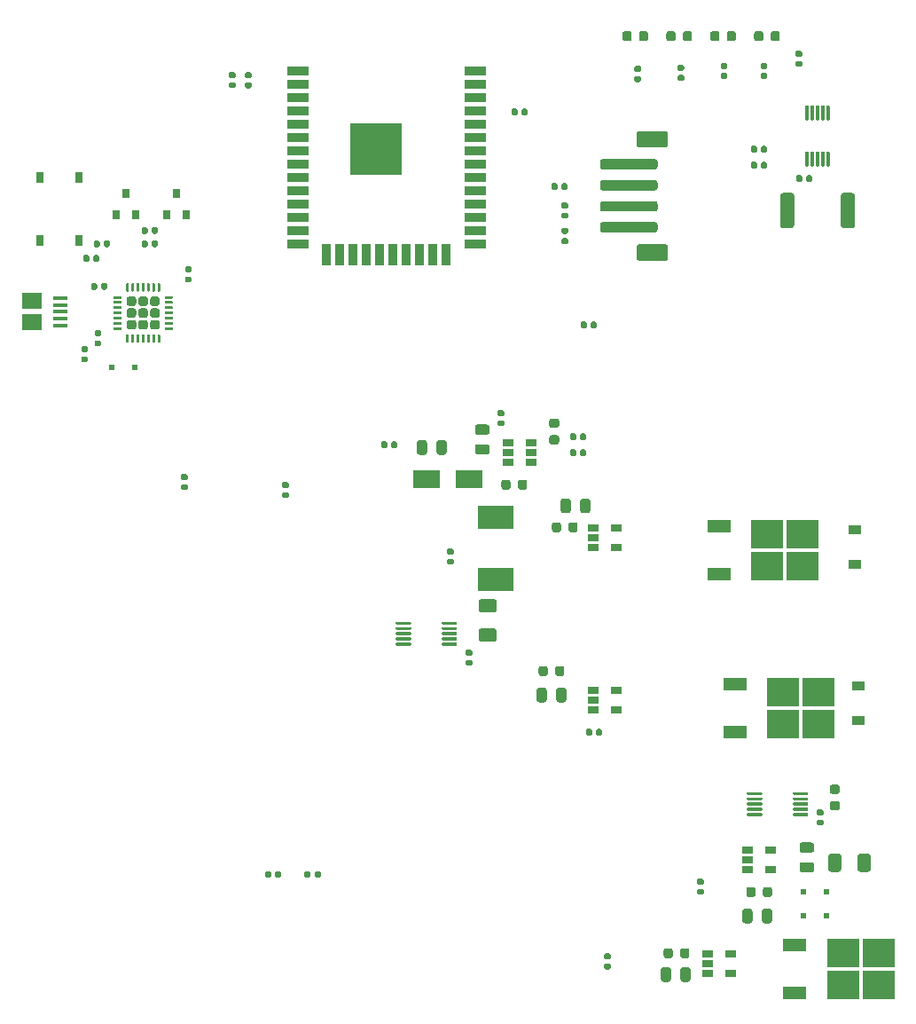
<source format=gtp>
G04 #@! TF.GenerationSoftware,KiCad,Pcbnew,5.1.6-c6e7f7d~87~ubuntu18.04.1*
G04 #@! TF.CreationDate,2020-08-03T14:56:27+01:00*
G04 #@! TF.ProjectId,garden,67617264-656e-42e6-9b69-6361645f7063,rev?*
G04 #@! TF.SameCoordinates,Original*
G04 #@! TF.FileFunction,Paste,Top*
G04 #@! TF.FilePolarity,Positive*
%FSLAX46Y46*%
G04 Gerber Fmt 4.6, Leading zero omitted, Abs format (unit mm)*
G04 Created by KiCad (PCBNEW 5.1.6-c6e7f7d~87~ubuntu18.04.1) date 2020-08-03 14:56:27*
%MOMM*%
%LPD*%
G01*
G04 APERTURE LIST*
%ADD10R,3.500000X2.200000*%
%ADD11R,0.500000X0.500000*%
%ADD12R,2.000000X0.900000*%
%ADD13R,0.900000X2.000000*%
%ADD14R,5.000000X5.000000*%
%ADD15R,1.060000X0.650000*%
%ADD16R,2.500000X1.800000*%
%ADD17R,3.050000X2.750000*%
%ADD18R,2.200000X1.200000*%
%ADD19R,0.750000X1.000000*%
%ADD20R,0.800000X0.900000*%
%ADD21R,1.900000X1.500000*%
%ADD22R,1.350000X0.400000*%
%ADD23R,1.200000X0.900000*%
G04 APERTURE END LIST*
D10*
X101600000Y-105820000D03*
X101600000Y-99920000D03*
D11*
X64940000Y-85598000D03*
X67140000Y-85598000D03*
G36*
G01*
X63564000Y-77678500D02*
X63564000Y-78023500D01*
G75*
G02*
X63416500Y-78171000I-147500J0D01*
G01*
X63121500Y-78171000D01*
G75*
G02*
X62974000Y-78023500I0J147500D01*
G01*
X62974000Y-77678500D01*
G75*
G02*
X63121500Y-77531000I147500J0D01*
G01*
X63416500Y-77531000D01*
G75*
G02*
X63564000Y-77678500I0J-147500D01*
G01*
G37*
G36*
G01*
X64534000Y-77678500D02*
X64534000Y-78023500D01*
G75*
G02*
X64386500Y-78171000I-147500J0D01*
G01*
X64091500Y-78171000D01*
G75*
G02*
X63944000Y-78023500I0J147500D01*
G01*
X63944000Y-77678500D01*
G75*
G02*
X64091500Y-77531000I147500J0D01*
G01*
X64386500Y-77531000D01*
G75*
G02*
X64534000Y-77678500I0J-147500D01*
G01*
G37*
G36*
G01*
X72435500Y-76518000D02*
X72090500Y-76518000D01*
G75*
G02*
X71943000Y-76370500I0J147500D01*
G01*
X71943000Y-76075500D01*
G75*
G02*
X72090500Y-75928000I147500J0D01*
G01*
X72435500Y-75928000D01*
G75*
G02*
X72583000Y-76075500I0J-147500D01*
G01*
X72583000Y-76370500D01*
G75*
G02*
X72435500Y-76518000I-147500J0D01*
G01*
G37*
G36*
G01*
X72435500Y-77488000D02*
X72090500Y-77488000D01*
G75*
G02*
X71943000Y-77340500I0J147500D01*
G01*
X71943000Y-77045500D01*
G75*
G02*
X72090500Y-76898000I147500J0D01*
G01*
X72435500Y-76898000D01*
G75*
G02*
X72583000Y-77045500I0J-147500D01*
G01*
X72583000Y-77340500D01*
G75*
G02*
X72435500Y-77488000I-147500J0D01*
G01*
G37*
G36*
G01*
X68615000Y-81736000D02*
X68615000Y-81286000D01*
G75*
G02*
X68840000Y-81061000I225000J0D01*
G01*
X69290000Y-81061000D01*
G75*
G02*
X69515000Y-81286000I0J-225000D01*
G01*
X69515000Y-81736000D01*
G75*
G02*
X69290000Y-81961000I-225000J0D01*
G01*
X68840000Y-81961000D01*
G75*
G02*
X68615000Y-81736000I0J225000D01*
G01*
G37*
G36*
G01*
X68615000Y-80616000D02*
X68615000Y-80166000D01*
G75*
G02*
X68840000Y-79941000I225000J0D01*
G01*
X69290000Y-79941000D01*
G75*
G02*
X69515000Y-80166000I0J-225000D01*
G01*
X69515000Y-80616000D01*
G75*
G02*
X69290000Y-80841000I-225000J0D01*
G01*
X68840000Y-80841000D01*
G75*
G02*
X68615000Y-80616000I0J225000D01*
G01*
G37*
G36*
G01*
X68615000Y-79496000D02*
X68615000Y-79046000D01*
G75*
G02*
X68840000Y-78821000I225000J0D01*
G01*
X69290000Y-78821000D01*
G75*
G02*
X69515000Y-79046000I0J-225000D01*
G01*
X69515000Y-79496000D01*
G75*
G02*
X69290000Y-79721000I-225000J0D01*
G01*
X68840000Y-79721000D01*
G75*
G02*
X68615000Y-79496000I0J225000D01*
G01*
G37*
G36*
G01*
X67495000Y-81736000D02*
X67495000Y-81286000D01*
G75*
G02*
X67720000Y-81061000I225000J0D01*
G01*
X68170000Y-81061000D01*
G75*
G02*
X68395000Y-81286000I0J-225000D01*
G01*
X68395000Y-81736000D01*
G75*
G02*
X68170000Y-81961000I-225000J0D01*
G01*
X67720000Y-81961000D01*
G75*
G02*
X67495000Y-81736000I0J225000D01*
G01*
G37*
G36*
G01*
X67495000Y-80616000D02*
X67495000Y-80166000D01*
G75*
G02*
X67720000Y-79941000I225000J0D01*
G01*
X68170000Y-79941000D01*
G75*
G02*
X68395000Y-80166000I0J-225000D01*
G01*
X68395000Y-80616000D01*
G75*
G02*
X68170000Y-80841000I-225000J0D01*
G01*
X67720000Y-80841000D01*
G75*
G02*
X67495000Y-80616000I0J225000D01*
G01*
G37*
G36*
G01*
X67495000Y-79496000D02*
X67495000Y-79046000D01*
G75*
G02*
X67720000Y-78821000I225000J0D01*
G01*
X68170000Y-78821000D01*
G75*
G02*
X68395000Y-79046000I0J-225000D01*
G01*
X68395000Y-79496000D01*
G75*
G02*
X68170000Y-79721000I-225000J0D01*
G01*
X67720000Y-79721000D01*
G75*
G02*
X67495000Y-79496000I0J225000D01*
G01*
G37*
G36*
G01*
X66375000Y-81736000D02*
X66375000Y-81286000D01*
G75*
G02*
X66600000Y-81061000I225000J0D01*
G01*
X67050000Y-81061000D01*
G75*
G02*
X67275000Y-81286000I0J-225000D01*
G01*
X67275000Y-81736000D01*
G75*
G02*
X67050000Y-81961000I-225000J0D01*
G01*
X66600000Y-81961000D01*
G75*
G02*
X66375000Y-81736000I0J225000D01*
G01*
G37*
G36*
G01*
X66375000Y-80616000D02*
X66375000Y-80166000D01*
G75*
G02*
X66600000Y-79941000I225000J0D01*
G01*
X67050000Y-79941000D01*
G75*
G02*
X67275000Y-80166000I0J-225000D01*
G01*
X67275000Y-80616000D01*
G75*
G02*
X67050000Y-80841000I-225000J0D01*
G01*
X66600000Y-80841000D01*
G75*
G02*
X66375000Y-80616000I0J225000D01*
G01*
G37*
G36*
G01*
X66375000Y-79496000D02*
X66375000Y-79046000D01*
G75*
G02*
X66600000Y-78821000I225000J0D01*
G01*
X67050000Y-78821000D01*
G75*
G02*
X67275000Y-79046000I0J-225000D01*
G01*
X67275000Y-79496000D01*
G75*
G02*
X67050000Y-79721000I-225000J0D01*
G01*
X66600000Y-79721000D01*
G75*
G02*
X66375000Y-79496000I0J225000D01*
G01*
G37*
G36*
G01*
X66320000Y-78278500D02*
X66320000Y-77603500D01*
G75*
G02*
X66382500Y-77541000I62500J0D01*
G01*
X66507500Y-77541000D01*
G75*
G02*
X66570000Y-77603500I0J-62500D01*
G01*
X66570000Y-78278500D01*
G75*
G02*
X66507500Y-78341000I-62500J0D01*
G01*
X66382500Y-78341000D01*
G75*
G02*
X66320000Y-78278500I0J62500D01*
G01*
G37*
G36*
G01*
X66820000Y-78278500D02*
X66820000Y-77603500D01*
G75*
G02*
X66882500Y-77541000I62500J0D01*
G01*
X67007500Y-77541000D01*
G75*
G02*
X67070000Y-77603500I0J-62500D01*
G01*
X67070000Y-78278500D01*
G75*
G02*
X67007500Y-78341000I-62500J0D01*
G01*
X66882500Y-78341000D01*
G75*
G02*
X66820000Y-78278500I0J62500D01*
G01*
G37*
G36*
G01*
X67320000Y-78278500D02*
X67320000Y-77603500D01*
G75*
G02*
X67382500Y-77541000I62500J0D01*
G01*
X67507500Y-77541000D01*
G75*
G02*
X67570000Y-77603500I0J-62500D01*
G01*
X67570000Y-78278500D01*
G75*
G02*
X67507500Y-78341000I-62500J0D01*
G01*
X67382500Y-78341000D01*
G75*
G02*
X67320000Y-78278500I0J62500D01*
G01*
G37*
G36*
G01*
X67820000Y-78278500D02*
X67820000Y-77603500D01*
G75*
G02*
X67882500Y-77541000I62500J0D01*
G01*
X68007500Y-77541000D01*
G75*
G02*
X68070000Y-77603500I0J-62500D01*
G01*
X68070000Y-78278500D01*
G75*
G02*
X68007500Y-78341000I-62500J0D01*
G01*
X67882500Y-78341000D01*
G75*
G02*
X67820000Y-78278500I0J62500D01*
G01*
G37*
G36*
G01*
X68320000Y-78278500D02*
X68320000Y-77603500D01*
G75*
G02*
X68382500Y-77541000I62500J0D01*
G01*
X68507500Y-77541000D01*
G75*
G02*
X68570000Y-77603500I0J-62500D01*
G01*
X68570000Y-78278500D01*
G75*
G02*
X68507500Y-78341000I-62500J0D01*
G01*
X68382500Y-78341000D01*
G75*
G02*
X68320000Y-78278500I0J62500D01*
G01*
G37*
G36*
G01*
X68820000Y-78278500D02*
X68820000Y-77603500D01*
G75*
G02*
X68882500Y-77541000I62500J0D01*
G01*
X69007500Y-77541000D01*
G75*
G02*
X69070000Y-77603500I0J-62500D01*
G01*
X69070000Y-78278500D01*
G75*
G02*
X69007500Y-78341000I-62500J0D01*
G01*
X68882500Y-78341000D01*
G75*
G02*
X68820000Y-78278500I0J62500D01*
G01*
G37*
G36*
G01*
X69320000Y-78278500D02*
X69320000Y-77603500D01*
G75*
G02*
X69382500Y-77541000I62500J0D01*
G01*
X69507500Y-77541000D01*
G75*
G02*
X69570000Y-77603500I0J-62500D01*
G01*
X69570000Y-78278500D01*
G75*
G02*
X69507500Y-78341000I-62500J0D01*
G01*
X69382500Y-78341000D01*
G75*
G02*
X69320000Y-78278500I0J62500D01*
G01*
G37*
G36*
G01*
X69995000Y-78953500D02*
X69995000Y-78828500D01*
G75*
G02*
X70057500Y-78766000I62500J0D01*
G01*
X70732500Y-78766000D01*
G75*
G02*
X70795000Y-78828500I0J-62500D01*
G01*
X70795000Y-78953500D01*
G75*
G02*
X70732500Y-79016000I-62500J0D01*
G01*
X70057500Y-79016000D01*
G75*
G02*
X69995000Y-78953500I0J62500D01*
G01*
G37*
G36*
G01*
X69995000Y-79453500D02*
X69995000Y-79328500D01*
G75*
G02*
X70057500Y-79266000I62500J0D01*
G01*
X70732500Y-79266000D01*
G75*
G02*
X70795000Y-79328500I0J-62500D01*
G01*
X70795000Y-79453500D01*
G75*
G02*
X70732500Y-79516000I-62500J0D01*
G01*
X70057500Y-79516000D01*
G75*
G02*
X69995000Y-79453500I0J62500D01*
G01*
G37*
G36*
G01*
X69995000Y-79953500D02*
X69995000Y-79828500D01*
G75*
G02*
X70057500Y-79766000I62500J0D01*
G01*
X70732500Y-79766000D01*
G75*
G02*
X70795000Y-79828500I0J-62500D01*
G01*
X70795000Y-79953500D01*
G75*
G02*
X70732500Y-80016000I-62500J0D01*
G01*
X70057500Y-80016000D01*
G75*
G02*
X69995000Y-79953500I0J62500D01*
G01*
G37*
G36*
G01*
X69995000Y-80453500D02*
X69995000Y-80328500D01*
G75*
G02*
X70057500Y-80266000I62500J0D01*
G01*
X70732500Y-80266000D01*
G75*
G02*
X70795000Y-80328500I0J-62500D01*
G01*
X70795000Y-80453500D01*
G75*
G02*
X70732500Y-80516000I-62500J0D01*
G01*
X70057500Y-80516000D01*
G75*
G02*
X69995000Y-80453500I0J62500D01*
G01*
G37*
G36*
G01*
X69995000Y-80953500D02*
X69995000Y-80828500D01*
G75*
G02*
X70057500Y-80766000I62500J0D01*
G01*
X70732500Y-80766000D01*
G75*
G02*
X70795000Y-80828500I0J-62500D01*
G01*
X70795000Y-80953500D01*
G75*
G02*
X70732500Y-81016000I-62500J0D01*
G01*
X70057500Y-81016000D01*
G75*
G02*
X69995000Y-80953500I0J62500D01*
G01*
G37*
G36*
G01*
X69995000Y-81453500D02*
X69995000Y-81328500D01*
G75*
G02*
X70057500Y-81266000I62500J0D01*
G01*
X70732500Y-81266000D01*
G75*
G02*
X70795000Y-81328500I0J-62500D01*
G01*
X70795000Y-81453500D01*
G75*
G02*
X70732500Y-81516000I-62500J0D01*
G01*
X70057500Y-81516000D01*
G75*
G02*
X69995000Y-81453500I0J62500D01*
G01*
G37*
G36*
G01*
X69995000Y-81953500D02*
X69995000Y-81828500D01*
G75*
G02*
X70057500Y-81766000I62500J0D01*
G01*
X70732500Y-81766000D01*
G75*
G02*
X70795000Y-81828500I0J-62500D01*
G01*
X70795000Y-81953500D01*
G75*
G02*
X70732500Y-82016000I-62500J0D01*
G01*
X70057500Y-82016000D01*
G75*
G02*
X69995000Y-81953500I0J62500D01*
G01*
G37*
G36*
G01*
X69320000Y-83178500D02*
X69320000Y-82503500D01*
G75*
G02*
X69382500Y-82441000I62500J0D01*
G01*
X69507500Y-82441000D01*
G75*
G02*
X69570000Y-82503500I0J-62500D01*
G01*
X69570000Y-83178500D01*
G75*
G02*
X69507500Y-83241000I-62500J0D01*
G01*
X69382500Y-83241000D01*
G75*
G02*
X69320000Y-83178500I0J62500D01*
G01*
G37*
G36*
G01*
X68820000Y-83178500D02*
X68820000Y-82503500D01*
G75*
G02*
X68882500Y-82441000I62500J0D01*
G01*
X69007500Y-82441000D01*
G75*
G02*
X69070000Y-82503500I0J-62500D01*
G01*
X69070000Y-83178500D01*
G75*
G02*
X69007500Y-83241000I-62500J0D01*
G01*
X68882500Y-83241000D01*
G75*
G02*
X68820000Y-83178500I0J62500D01*
G01*
G37*
G36*
G01*
X68320000Y-83178500D02*
X68320000Y-82503500D01*
G75*
G02*
X68382500Y-82441000I62500J0D01*
G01*
X68507500Y-82441000D01*
G75*
G02*
X68570000Y-82503500I0J-62500D01*
G01*
X68570000Y-83178500D01*
G75*
G02*
X68507500Y-83241000I-62500J0D01*
G01*
X68382500Y-83241000D01*
G75*
G02*
X68320000Y-83178500I0J62500D01*
G01*
G37*
G36*
G01*
X67820000Y-83178500D02*
X67820000Y-82503500D01*
G75*
G02*
X67882500Y-82441000I62500J0D01*
G01*
X68007500Y-82441000D01*
G75*
G02*
X68070000Y-82503500I0J-62500D01*
G01*
X68070000Y-83178500D01*
G75*
G02*
X68007500Y-83241000I-62500J0D01*
G01*
X67882500Y-83241000D01*
G75*
G02*
X67820000Y-83178500I0J62500D01*
G01*
G37*
G36*
G01*
X67320000Y-83178500D02*
X67320000Y-82503500D01*
G75*
G02*
X67382500Y-82441000I62500J0D01*
G01*
X67507500Y-82441000D01*
G75*
G02*
X67570000Y-82503500I0J-62500D01*
G01*
X67570000Y-83178500D01*
G75*
G02*
X67507500Y-83241000I-62500J0D01*
G01*
X67382500Y-83241000D01*
G75*
G02*
X67320000Y-83178500I0J62500D01*
G01*
G37*
G36*
G01*
X66820000Y-83178500D02*
X66820000Y-82503500D01*
G75*
G02*
X66882500Y-82441000I62500J0D01*
G01*
X67007500Y-82441000D01*
G75*
G02*
X67070000Y-82503500I0J-62500D01*
G01*
X67070000Y-83178500D01*
G75*
G02*
X67007500Y-83241000I-62500J0D01*
G01*
X66882500Y-83241000D01*
G75*
G02*
X66820000Y-83178500I0J62500D01*
G01*
G37*
G36*
G01*
X66320000Y-83178500D02*
X66320000Y-82503500D01*
G75*
G02*
X66382500Y-82441000I62500J0D01*
G01*
X66507500Y-82441000D01*
G75*
G02*
X66570000Y-82503500I0J-62500D01*
G01*
X66570000Y-83178500D01*
G75*
G02*
X66507500Y-83241000I-62500J0D01*
G01*
X66382500Y-83241000D01*
G75*
G02*
X66320000Y-83178500I0J62500D01*
G01*
G37*
G36*
G01*
X65095000Y-81953500D02*
X65095000Y-81828500D01*
G75*
G02*
X65157500Y-81766000I62500J0D01*
G01*
X65832500Y-81766000D01*
G75*
G02*
X65895000Y-81828500I0J-62500D01*
G01*
X65895000Y-81953500D01*
G75*
G02*
X65832500Y-82016000I-62500J0D01*
G01*
X65157500Y-82016000D01*
G75*
G02*
X65095000Y-81953500I0J62500D01*
G01*
G37*
G36*
G01*
X65095000Y-81453500D02*
X65095000Y-81328500D01*
G75*
G02*
X65157500Y-81266000I62500J0D01*
G01*
X65832500Y-81266000D01*
G75*
G02*
X65895000Y-81328500I0J-62500D01*
G01*
X65895000Y-81453500D01*
G75*
G02*
X65832500Y-81516000I-62500J0D01*
G01*
X65157500Y-81516000D01*
G75*
G02*
X65095000Y-81453500I0J62500D01*
G01*
G37*
G36*
G01*
X65095000Y-80953500D02*
X65095000Y-80828500D01*
G75*
G02*
X65157500Y-80766000I62500J0D01*
G01*
X65832500Y-80766000D01*
G75*
G02*
X65895000Y-80828500I0J-62500D01*
G01*
X65895000Y-80953500D01*
G75*
G02*
X65832500Y-81016000I-62500J0D01*
G01*
X65157500Y-81016000D01*
G75*
G02*
X65095000Y-80953500I0J62500D01*
G01*
G37*
G36*
G01*
X65095000Y-80453500D02*
X65095000Y-80328500D01*
G75*
G02*
X65157500Y-80266000I62500J0D01*
G01*
X65832500Y-80266000D01*
G75*
G02*
X65895000Y-80328500I0J-62500D01*
G01*
X65895000Y-80453500D01*
G75*
G02*
X65832500Y-80516000I-62500J0D01*
G01*
X65157500Y-80516000D01*
G75*
G02*
X65095000Y-80453500I0J62500D01*
G01*
G37*
G36*
G01*
X65095000Y-79953500D02*
X65095000Y-79828500D01*
G75*
G02*
X65157500Y-79766000I62500J0D01*
G01*
X65832500Y-79766000D01*
G75*
G02*
X65895000Y-79828500I0J-62500D01*
G01*
X65895000Y-79953500D01*
G75*
G02*
X65832500Y-80016000I-62500J0D01*
G01*
X65157500Y-80016000D01*
G75*
G02*
X65095000Y-79953500I0J62500D01*
G01*
G37*
G36*
G01*
X65095000Y-79453500D02*
X65095000Y-79328500D01*
G75*
G02*
X65157500Y-79266000I62500J0D01*
G01*
X65832500Y-79266000D01*
G75*
G02*
X65895000Y-79328500I0J-62500D01*
G01*
X65895000Y-79453500D01*
G75*
G02*
X65832500Y-79516000I-62500J0D01*
G01*
X65157500Y-79516000D01*
G75*
G02*
X65095000Y-79453500I0J62500D01*
G01*
G37*
G36*
G01*
X65095000Y-78953500D02*
X65095000Y-78828500D01*
G75*
G02*
X65157500Y-78766000I62500J0D01*
G01*
X65832500Y-78766000D01*
G75*
G02*
X65895000Y-78828500I0J-62500D01*
G01*
X65895000Y-78953500D01*
G75*
G02*
X65832500Y-79016000I-62500J0D01*
G01*
X65157500Y-79016000D01*
G75*
G02*
X65095000Y-78953500I0J62500D01*
G01*
G37*
D12*
X99686000Y-57277000D03*
X99686000Y-58547000D03*
X99686000Y-59817000D03*
X99686000Y-61087000D03*
X99686000Y-62357000D03*
X99686000Y-63627000D03*
X99686000Y-64897000D03*
X99686000Y-66167000D03*
X99686000Y-67437000D03*
X99686000Y-68707000D03*
X99686000Y-69977000D03*
X99686000Y-71247000D03*
X99686000Y-72517000D03*
X99686000Y-73787000D03*
D13*
X96901000Y-74787000D03*
X95631000Y-74787000D03*
X94361000Y-74787000D03*
X93091000Y-74787000D03*
X91821000Y-74787000D03*
X90551000Y-74787000D03*
X89281000Y-74787000D03*
X88011000Y-74787000D03*
X86741000Y-74787000D03*
X85471000Y-74787000D03*
D12*
X82686000Y-73787000D03*
X82686000Y-72517000D03*
X82686000Y-71247000D03*
X82686000Y-69977000D03*
X82686000Y-68707000D03*
X82686000Y-67437000D03*
X82686000Y-66167000D03*
X82686000Y-64897000D03*
X82686000Y-63627000D03*
X82686000Y-62357000D03*
X82686000Y-61087000D03*
X82686000Y-59817000D03*
X82686000Y-58547000D03*
X82686000Y-57277000D03*
D14*
X90186000Y-64777000D03*
G36*
G01*
X99232500Y-113094000D02*
X98887500Y-113094000D01*
G75*
G02*
X98740000Y-112946500I0J147500D01*
G01*
X98740000Y-112651500D01*
G75*
G02*
X98887500Y-112504000I147500J0D01*
G01*
X99232500Y-112504000D01*
G75*
G02*
X99380000Y-112651500I0J-147500D01*
G01*
X99380000Y-112946500D01*
G75*
G02*
X99232500Y-113094000I-147500J0D01*
G01*
G37*
G36*
G01*
X99232500Y-114064000D02*
X98887500Y-114064000D01*
G75*
G02*
X98740000Y-113916500I0J147500D01*
G01*
X98740000Y-113621500D01*
G75*
G02*
X98887500Y-113474000I147500J0D01*
G01*
X99232500Y-113474000D01*
G75*
G02*
X99380000Y-113621500I0J-147500D01*
G01*
X99380000Y-113916500D01*
G75*
G02*
X99232500Y-114064000I-147500J0D01*
G01*
G37*
G36*
G01*
X96471000Y-110073000D02*
X96471000Y-109923000D01*
G75*
G02*
X96546000Y-109848000I75000J0D01*
G01*
X97846000Y-109848000D01*
G75*
G02*
X97921000Y-109923000I0J-75000D01*
G01*
X97921000Y-110073000D01*
G75*
G02*
X97846000Y-110148000I-75000J0D01*
G01*
X96546000Y-110148000D01*
G75*
G02*
X96471000Y-110073000I0J75000D01*
G01*
G37*
G36*
G01*
X96471000Y-110573000D02*
X96471000Y-110423000D01*
G75*
G02*
X96546000Y-110348000I75000J0D01*
G01*
X97846000Y-110348000D01*
G75*
G02*
X97921000Y-110423000I0J-75000D01*
G01*
X97921000Y-110573000D01*
G75*
G02*
X97846000Y-110648000I-75000J0D01*
G01*
X96546000Y-110648000D01*
G75*
G02*
X96471000Y-110573000I0J75000D01*
G01*
G37*
G36*
G01*
X96471000Y-111073000D02*
X96471000Y-110923000D01*
G75*
G02*
X96546000Y-110848000I75000J0D01*
G01*
X97846000Y-110848000D01*
G75*
G02*
X97921000Y-110923000I0J-75000D01*
G01*
X97921000Y-111073000D01*
G75*
G02*
X97846000Y-111148000I-75000J0D01*
G01*
X96546000Y-111148000D01*
G75*
G02*
X96471000Y-111073000I0J75000D01*
G01*
G37*
G36*
G01*
X96471000Y-111573000D02*
X96471000Y-111423000D01*
G75*
G02*
X96546000Y-111348000I75000J0D01*
G01*
X97846000Y-111348000D01*
G75*
G02*
X97921000Y-111423000I0J-75000D01*
G01*
X97921000Y-111573000D01*
G75*
G02*
X97846000Y-111648000I-75000J0D01*
G01*
X96546000Y-111648000D01*
G75*
G02*
X96471000Y-111573000I0J75000D01*
G01*
G37*
G36*
G01*
X96471000Y-112073000D02*
X96471000Y-111923000D01*
G75*
G02*
X96546000Y-111848000I75000J0D01*
G01*
X97846000Y-111848000D01*
G75*
G02*
X97921000Y-111923000I0J-75000D01*
G01*
X97921000Y-112073000D01*
G75*
G02*
X97846000Y-112148000I-75000J0D01*
G01*
X96546000Y-112148000D01*
G75*
G02*
X96471000Y-112073000I0J75000D01*
G01*
G37*
G36*
G01*
X92071000Y-112073000D02*
X92071000Y-111923000D01*
G75*
G02*
X92146000Y-111848000I75000J0D01*
G01*
X93446000Y-111848000D01*
G75*
G02*
X93521000Y-111923000I0J-75000D01*
G01*
X93521000Y-112073000D01*
G75*
G02*
X93446000Y-112148000I-75000J0D01*
G01*
X92146000Y-112148000D01*
G75*
G02*
X92071000Y-112073000I0J75000D01*
G01*
G37*
G36*
G01*
X92071000Y-111573000D02*
X92071000Y-111423000D01*
G75*
G02*
X92146000Y-111348000I75000J0D01*
G01*
X93446000Y-111348000D01*
G75*
G02*
X93521000Y-111423000I0J-75000D01*
G01*
X93521000Y-111573000D01*
G75*
G02*
X93446000Y-111648000I-75000J0D01*
G01*
X92146000Y-111648000D01*
G75*
G02*
X92071000Y-111573000I0J75000D01*
G01*
G37*
G36*
G01*
X92071000Y-111073000D02*
X92071000Y-110923000D01*
G75*
G02*
X92146000Y-110848000I75000J0D01*
G01*
X93446000Y-110848000D01*
G75*
G02*
X93521000Y-110923000I0J-75000D01*
G01*
X93521000Y-111073000D01*
G75*
G02*
X93446000Y-111148000I-75000J0D01*
G01*
X92146000Y-111148000D01*
G75*
G02*
X92071000Y-111073000I0J75000D01*
G01*
G37*
G36*
G01*
X92071000Y-110573000D02*
X92071000Y-110423000D01*
G75*
G02*
X92146000Y-110348000I75000J0D01*
G01*
X93446000Y-110348000D01*
G75*
G02*
X93521000Y-110423000I0J-75000D01*
G01*
X93521000Y-110573000D01*
G75*
G02*
X93446000Y-110648000I-75000J0D01*
G01*
X92146000Y-110648000D01*
G75*
G02*
X92071000Y-110573000I0J75000D01*
G01*
G37*
G36*
G01*
X92071000Y-110073000D02*
X92071000Y-109923000D01*
G75*
G02*
X92146000Y-109848000I75000J0D01*
G01*
X93446000Y-109848000D01*
G75*
G02*
X93521000Y-109923000I0J-75000D01*
G01*
X93521000Y-110073000D01*
G75*
G02*
X93446000Y-110148000I-75000J0D01*
G01*
X92146000Y-110148000D01*
G75*
G02*
X92071000Y-110073000I0J75000D01*
G01*
G37*
G36*
G01*
X101463000Y-108953000D02*
X100213000Y-108953000D01*
G75*
G02*
X99963000Y-108703000I0J250000D01*
G01*
X99963000Y-107953000D01*
G75*
G02*
X100213000Y-107703000I250000J0D01*
G01*
X101463000Y-107703000D01*
G75*
G02*
X101713000Y-107953000I0J-250000D01*
G01*
X101713000Y-108703000D01*
G75*
G02*
X101463000Y-108953000I-250000J0D01*
G01*
G37*
G36*
G01*
X101463000Y-111753000D02*
X100213000Y-111753000D01*
G75*
G02*
X99963000Y-111503000I0J250000D01*
G01*
X99963000Y-110753000D01*
G75*
G02*
X100213000Y-110503000I250000J0D01*
G01*
X101463000Y-110503000D01*
G75*
G02*
X101713000Y-110753000I0J-250000D01*
G01*
X101713000Y-111503000D01*
G75*
G02*
X101463000Y-111753000I-250000J0D01*
G01*
G37*
G36*
G01*
X129999000Y-126329000D02*
X129999000Y-126179000D01*
G75*
G02*
X130074000Y-126104000I75000J0D01*
G01*
X131374000Y-126104000D01*
G75*
G02*
X131449000Y-126179000I0J-75000D01*
G01*
X131449000Y-126329000D01*
G75*
G02*
X131374000Y-126404000I-75000J0D01*
G01*
X130074000Y-126404000D01*
G75*
G02*
X129999000Y-126329000I0J75000D01*
G01*
G37*
G36*
G01*
X129999000Y-126829000D02*
X129999000Y-126679000D01*
G75*
G02*
X130074000Y-126604000I75000J0D01*
G01*
X131374000Y-126604000D01*
G75*
G02*
X131449000Y-126679000I0J-75000D01*
G01*
X131449000Y-126829000D01*
G75*
G02*
X131374000Y-126904000I-75000J0D01*
G01*
X130074000Y-126904000D01*
G75*
G02*
X129999000Y-126829000I0J75000D01*
G01*
G37*
G36*
G01*
X129999000Y-127329000D02*
X129999000Y-127179000D01*
G75*
G02*
X130074000Y-127104000I75000J0D01*
G01*
X131374000Y-127104000D01*
G75*
G02*
X131449000Y-127179000I0J-75000D01*
G01*
X131449000Y-127329000D01*
G75*
G02*
X131374000Y-127404000I-75000J0D01*
G01*
X130074000Y-127404000D01*
G75*
G02*
X129999000Y-127329000I0J75000D01*
G01*
G37*
G36*
G01*
X129999000Y-127829000D02*
X129999000Y-127679000D01*
G75*
G02*
X130074000Y-127604000I75000J0D01*
G01*
X131374000Y-127604000D01*
G75*
G02*
X131449000Y-127679000I0J-75000D01*
G01*
X131449000Y-127829000D01*
G75*
G02*
X131374000Y-127904000I-75000J0D01*
G01*
X130074000Y-127904000D01*
G75*
G02*
X129999000Y-127829000I0J75000D01*
G01*
G37*
G36*
G01*
X129999000Y-128329000D02*
X129999000Y-128179000D01*
G75*
G02*
X130074000Y-128104000I75000J0D01*
G01*
X131374000Y-128104000D01*
G75*
G02*
X131449000Y-128179000I0J-75000D01*
G01*
X131449000Y-128329000D01*
G75*
G02*
X131374000Y-128404000I-75000J0D01*
G01*
X130074000Y-128404000D01*
G75*
G02*
X129999000Y-128329000I0J75000D01*
G01*
G37*
G36*
G01*
X125599000Y-128329000D02*
X125599000Y-128179000D01*
G75*
G02*
X125674000Y-128104000I75000J0D01*
G01*
X126974000Y-128104000D01*
G75*
G02*
X127049000Y-128179000I0J-75000D01*
G01*
X127049000Y-128329000D01*
G75*
G02*
X126974000Y-128404000I-75000J0D01*
G01*
X125674000Y-128404000D01*
G75*
G02*
X125599000Y-128329000I0J75000D01*
G01*
G37*
G36*
G01*
X125599000Y-127829000D02*
X125599000Y-127679000D01*
G75*
G02*
X125674000Y-127604000I75000J0D01*
G01*
X126974000Y-127604000D01*
G75*
G02*
X127049000Y-127679000I0J-75000D01*
G01*
X127049000Y-127829000D01*
G75*
G02*
X126974000Y-127904000I-75000J0D01*
G01*
X125674000Y-127904000D01*
G75*
G02*
X125599000Y-127829000I0J75000D01*
G01*
G37*
G36*
G01*
X125599000Y-127329000D02*
X125599000Y-127179000D01*
G75*
G02*
X125674000Y-127104000I75000J0D01*
G01*
X126974000Y-127104000D01*
G75*
G02*
X127049000Y-127179000I0J-75000D01*
G01*
X127049000Y-127329000D01*
G75*
G02*
X126974000Y-127404000I-75000J0D01*
G01*
X125674000Y-127404000D01*
G75*
G02*
X125599000Y-127329000I0J75000D01*
G01*
G37*
G36*
G01*
X125599000Y-126829000D02*
X125599000Y-126679000D01*
G75*
G02*
X125674000Y-126604000I75000J0D01*
G01*
X126974000Y-126604000D01*
G75*
G02*
X127049000Y-126679000I0J-75000D01*
G01*
X127049000Y-126829000D01*
G75*
G02*
X126974000Y-126904000I-75000J0D01*
G01*
X125674000Y-126904000D01*
G75*
G02*
X125599000Y-126829000I0J75000D01*
G01*
G37*
G36*
G01*
X125599000Y-126329000D02*
X125599000Y-126179000D01*
G75*
G02*
X125674000Y-126104000I75000J0D01*
G01*
X126974000Y-126104000D01*
G75*
G02*
X127049000Y-126179000I0J-75000D01*
G01*
X127049000Y-126329000D01*
G75*
G02*
X126974000Y-126404000I-75000J0D01*
G01*
X125674000Y-126404000D01*
G75*
G02*
X125599000Y-126329000I0J75000D01*
G01*
G37*
G36*
G01*
X134559000Y-72037001D02*
X134559000Y-69186999D01*
G75*
G02*
X134808999Y-68937000I249999J0D01*
G01*
X135659001Y-68937000D01*
G75*
G02*
X135909000Y-69186999I0J-249999D01*
G01*
X135909000Y-72037001D01*
G75*
G02*
X135659001Y-72287000I-249999J0D01*
G01*
X134808999Y-72287000D01*
G75*
G02*
X134559000Y-72037001I0J249999D01*
G01*
G37*
G36*
G01*
X128759000Y-72037001D02*
X128759000Y-69186999D01*
G75*
G02*
X129008999Y-68937000I249999J0D01*
G01*
X129859001Y-68937000D01*
G75*
G02*
X130109000Y-69186999I0J-249999D01*
G01*
X130109000Y-72037001D01*
G75*
G02*
X129859001Y-72287000I-249999J0D01*
G01*
X129008999Y-72287000D01*
G75*
G02*
X128759000Y-72037001I0J249999D01*
G01*
G37*
G36*
G01*
X133259000Y-64975000D02*
X133409000Y-64975000D01*
G75*
G02*
X133484000Y-65050000I0J-75000D01*
G01*
X133484000Y-66350000D01*
G75*
G02*
X133409000Y-66425000I-75000J0D01*
G01*
X133259000Y-66425000D01*
G75*
G02*
X133184000Y-66350000I0J75000D01*
G01*
X133184000Y-65050000D01*
G75*
G02*
X133259000Y-64975000I75000J0D01*
G01*
G37*
G36*
G01*
X132759000Y-64975000D02*
X132909000Y-64975000D01*
G75*
G02*
X132984000Y-65050000I0J-75000D01*
G01*
X132984000Y-66350000D01*
G75*
G02*
X132909000Y-66425000I-75000J0D01*
G01*
X132759000Y-66425000D01*
G75*
G02*
X132684000Y-66350000I0J75000D01*
G01*
X132684000Y-65050000D01*
G75*
G02*
X132759000Y-64975000I75000J0D01*
G01*
G37*
G36*
G01*
X132259000Y-64975000D02*
X132409000Y-64975000D01*
G75*
G02*
X132484000Y-65050000I0J-75000D01*
G01*
X132484000Y-66350000D01*
G75*
G02*
X132409000Y-66425000I-75000J0D01*
G01*
X132259000Y-66425000D01*
G75*
G02*
X132184000Y-66350000I0J75000D01*
G01*
X132184000Y-65050000D01*
G75*
G02*
X132259000Y-64975000I75000J0D01*
G01*
G37*
G36*
G01*
X131759000Y-64975000D02*
X131909000Y-64975000D01*
G75*
G02*
X131984000Y-65050000I0J-75000D01*
G01*
X131984000Y-66350000D01*
G75*
G02*
X131909000Y-66425000I-75000J0D01*
G01*
X131759000Y-66425000D01*
G75*
G02*
X131684000Y-66350000I0J75000D01*
G01*
X131684000Y-65050000D01*
G75*
G02*
X131759000Y-64975000I75000J0D01*
G01*
G37*
G36*
G01*
X131259000Y-64975000D02*
X131409000Y-64975000D01*
G75*
G02*
X131484000Y-65050000I0J-75000D01*
G01*
X131484000Y-66350000D01*
G75*
G02*
X131409000Y-66425000I-75000J0D01*
G01*
X131259000Y-66425000D01*
G75*
G02*
X131184000Y-66350000I0J75000D01*
G01*
X131184000Y-65050000D01*
G75*
G02*
X131259000Y-64975000I75000J0D01*
G01*
G37*
G36*
G01*
X131259000Y-60575000D02*
X131409000Y-60575000D01*
G75*
G02*
X131484000Y-60650000I0J-75000D01*
G01*
X131484000Y-61950000D01*
G75*
G02*
X131409000Y-62025000I-75000J0D01*
G01*
X131259000Y-62025000D01*
G75*
G02*
X131184000Y-61950000I0J75000D01*
G01*
X131184000Y-60650000D01*
G75*
G02*
X131259000Y-60575000I75000J0D01*
G01*
G37*
G36*
G01*
X131759000Y-60575000D02*
X131909000Y-60575000D01*
G75*
G02*
X131984000Y-60650000I0J-75000D01*
G01*
X131984000Y-61950000D01*
G75*
G02*
X131909000Y-62025000I-75000J0D01*
G01*
X131759000Y-62025000D01*
G75*
G02*
X131684000Y-61950000I0J75000D01*
G01*
X131684000Y-60650000D01*
G75*
G02*
X131759000Y-60575000I75000J0D01*
G01*
G37*
G36*
G01*
X132259000Y-60575000D02*
X132409000Y-60575000D01*
G75*
G02*
X132484000Y-60650000I0J-75000D01*
G01*
X132484000Y-61950000D01*
G75*
G02*
X132409000Y-62025000I-75000J0D01*
G01*
X132259000Y-62025000D01*
G75*
G02*
X132184000Y-61950000I0J75000D01*
G01*
X132184000Y-60650000D01*
G75*
G02*
X132259000Y-60575000I75000J0D01*
G01*
G37*
G36*
G01*
X132759000Y-60575000D02*
X132909000Y-60575000D01*
G75*
G02*
X132984000Y-60650000I0J-75000D01*
G01*
X132984000Y-61950000D01*
G75*
G02*
X132909000Y-62025000I-75000J0D01*
G01*
X132759000Y-62025000D01*
G75*
G02*
X132684000Y-61950000I0J75000D01*
G01*
X132684000Y-60650000D01*
G75*
G02*
X132759000Y-60575000I75000J0D01*
G01*
G37*
G36*
G01*
X133259000Y-60575000D02*
X133409000Y-60575000D01*
G75*
G02*
X133484000Y-60650000I0J-75000D01*
G01*
X133484000Y-61950000D01*
G75*
G02*
X133409000Y-62025000I-75000J0D01*
G01*
X133259000Y-62025000D01*
G75*
G02*
X133184000Y-61950000I0J75000D01*
G01*
X133184000Y-60650000D01*
G75*
G02*
X133259000Y-60575000I75000J0D01*
G01*
G37*
G36*
G01*
X130383500Y-56324000D02*
X130728500Y-56324000D01*
G75*
G02*
X130876000Y-56471500I0J-147500D01*
G01*
X130876000Y-56766500D01*
G75*
G02*
X130728500Y-56914000I-147500J0D01*
G01*
X130383500Y-56914000D01*
G75*
G02*
X130236000Y-56766500I0J147500D01*
G01*
X130236000Y-56471500D01*
G75*
G02*
X130383500Y-56324000I147500J0D01*
G01*
G37*
G36*
G01*
X130383500Y-55354000D02*
X130728500Y-55354000D01*
G75*
G02*
X130876000Y-55501500I0J-147500D01*
G01*
X130876000Y-55796500D01*
G75*
G02*
X130728500Y-55944000I-147500J0D01*
G01*
X130383500Y-55944000D01*
G75*
G02*
X130236000Y-55796500I0J147500D01*
G01*
X130236000Y-55501500D01*
G75*
G02*
X130383500Y-55354000I147500J0D01*
G01*
G37*
G36*
G01*
X126556000Y-66121500D02*
X126556000Y-66466500D01*
G75*
G02*
X126408500Y-66614000I-147500J0D01*
G01*
X126113500Y-66614000D01*
G75*
G02*
X125966000Y-66466500I0J147500D01*
G01*
X125966000Y-66121500D01*
G75*
G02*
X126113500Y-65974000I147500J0D01*
G01*
X126408500Y-65974000D01*
G75*
G02*
X126556000Y-66121500I0J-147500D01*
G01*
G37*
G36*
G01*
X127526000Y-66121500D02*
X127526000Y-66466500D01*
G75*
G02*
X127378500Y-66614000I-147500J0D01*
G01*
X127083500Y-66614000D01*
G75*
G02*
X126936000Y-66466500I0J147500D01*
G01*
X126936000Y-66121500D01*
G75*
G02*
X127083500Y-65974000I147500J0D01*
G01*
X127378500Y-65974000D01*
G75*
G02*
X127526000Y-66121500I0J-147500D01*
G01*
G37*
G36*
G01*
X126556000Y-64597500D02*
X126556000Y-64942500D01*
G75*
G02*
X126408500Y-65090000I-147500J0D01*
G01*
X126113500Y-65090000D01*
G75*
G02*
X125966000Y-64942500I0J147500D01*
G01*
X125966000Y-64597500D01*
G75*
G02*
X126113500Y-64450000I147500J0D01*
G01*
X126408500Y-64450000D01*
G75*
G02*
X126556000Y-64597500I0J-147500D01*
G01*
G37*
G36*
G01*
X127526000Y-64597500D02*
X127526000Y-64942500D01*
G75*
G02*
X127378500Y-65090000I-147500J0D01*
G01*
X127083500Y-65090000D01*
G75*
G02*
X126936000Y-64942500I0J147500D01*
G01*
X126936000Y-64597500D01*
G75*
G02*
X127083500Y-64450000I147500J0D01*
G01*
X127378500Y-64450000D01*
G75*
G02*
X127526000Y-64597500I0J-147500D01*
G01*
G37*
D15*
X113114000Y-100904000D03*
X113114000Y-102804000D03*
X110914000Y-102804000D03*
X110914000Y-101854000D03*
X110914000Y-100904000D03*
X113114000Y-116398000D03*
X113114000Y-118298000D03*
X110914000Y-118298000D03*
X110914000Y-117348000D03*
X110914000Y-116398000D03*
X124036000Y-141544000D03*
X124036000Y-143444000D03*
X121836000Y-143444000D03*
X121836000Y-142494000D03*
X121836000Y-141544000D03*
G36*
G01*
X110808000Y-120223500D02*
X110808000Y-120568500D01*
G75*
G02*
X110660500Y-120716000I-147500J0D01*
G01*
X110365500Y-120716000D01*
G75*
G02*
X110218000Y-120568500I0J147500D01*
G01*
X110218000Y-120223500D01*
G75*
G02*
X110365500Y-120076000I147500J0D01*
G01*
X110660500Y-120076000D01*
G75*
G02*
X110808000Y-120223500I0J-147500D01*
G01*
G37*
G36*
G01*
X111778000Y-120223500D02*
X111778000Y-120568500D01*
G75*
G02*
X111630500Y-120716000I-147500J0D01*
G01*
X111335500Y-120716000D01*
G75*
G02*
X111188000Y-120568500I0J147500D01*
G01*
X111188000Y-120223500D01*
G75*
G02*
X111335500Y-120076000I147500J0D01*
G01*
X111630500Y-120076000D01*
G75*
G02*
X111778000Y-120223500I0J-147500D01*
G01*
G37*
G36*
G01*
X110680000Y-81706500D02*
X110680000Y-81361500D01*
G75*
G02*
X110827500Y-81214000I147500J0D01*
G01*
X111122500Y-81214000D01*
G75*
G02*
X111270000Y-81361500I0J-147500D01*
G01*
X111270000Y-81706500D01*
G75*
G02*
X111122500Y-81854000I-147500J0D01*
G01*
X110827500Y-81854000D01*
G75*
G02*
X110680000Y-81706500I0J147500D01*
G01*
G37*
G36*
G01*
X109710000Y-81706500D02*
X109710000Y-81361500D01*
G75*
G02*
X109857500Y-81214000I147500J0D01*
G01*
X110152500Y-81214000D01*
G75*
G02*
X110300000Y-81361500I0J-147500D01*
G01*
X110300000Y-81706500D01*
G75*
G02*
X110152500Y-81854000I-147500J0D01*
G01*
X109857500Y-81854000D01*
G75*
G02*
X109710000Y-81706500I0J147500D01*
G01*
G37*
G36*
G01*
X112095500Y-142453000D02*
X112440500Y-142453000D01*
G75*
G02*
X112588000Y-142600500I0J-147500D01*
G01*
X112588000Y-142895500D01*
G75*
G02*
X112440500Y-143043000I-147500J0D01*
G01*
X112095500Y-143043000D01*
G75*
G02*
X111948000Y-142895500I0J147500D01*
G01*
X111948000Y-142600500D01*
G75*
G02*
X112095500Y-142453000I147500J0D01*
G01*
G37*
G36*
G01*
X112095500Y-141483000D02*
X112440500Y-141483000D01*
G75*
G02*
X112588000Y-141630500I0J-147500D01*
G01*
X112588000Y-141925500D01*
G75*
G02*
X112440500Y-142073000I-147500J0D01*
G01*
X112095500Y-142073000D01*
G75*
G02*
X111948000Y-141925500I0J147500D01*
G01*
X111948000Y-141630500D01*
G75*
G02*
X112095500Y-141483000I147500J0D01*
G01*
G37*
G36*
G01*
X106484000Y-116383750D02*
X106484000Y-117296250D01*
G75*
G02*
X106240250Y-117540000I-243750J0D01*
G01*
X105752750Y-117540000D01*
G75*
G02*
X105509000Y-117296250I0J243750D01*
G01*
X105509000Y-116383750D01*
G75*
G02*
X105752750Y-116140000I243750J0D01*
G01*
X106240250Y-116140000D01*
G75*
G02*
X106484000Y-116383750I0J-243750D01*
G01*
G37*
G36*
G01*
X108359000Y-116383750D02*
X108359000Y-117296250D01*
G75*
G02*
X108115250Y-117540000I-243750J0D01*
G01*
X107627750Y-117540000D01*
G75*
G02*
X107384000Y-117296250I0J243750D01*
G01*
X107384000Y-116383750D01*
G75*
G02*
X107627750Y-116140000I243750J0D01*
G01*
X108115250Y-116140000D01*
G75*
G02*
X108359000Y-116383750I0J-243750D01*
G01*
G37*
G36*
G01*
X106584000Y-114297750D02*
X106584000Y-114810250D01*
G75*
G02*
X106365250Y-115029000I-218750J0D01*
G01*
X105927750Y-115029000D01*
G75*
G02*
X105709000Y-114810250I0J218750D01*
G01*
X105709000Y-114297750D01*
G75*
G02*
X105927750Y-114079000I218750J0D01*
G01*
X106365250Y-114079000D01*
G75*
G02*
X106584000Y-114297750I0J-218750D01*
G01*
G37*
G36*
G01*
X108159000Y-114297750D02*
X108159000Y-114810250D01*
G75*
G02*
X107940250Y-115029000I-218750J0D01*
G01*
X107502750Y-115029000D01*
G75*
G02*
X107284000Y-114810250I0J218750D01*
G01*
X107284000Y-114297750D01*
G75*
G02*
X107502750Y-114079000I218750J0D01*
G01*
X107940250Y-114079000D01*
G75*
G02*
X108159000Y-114297750I0J-218750D01*
G01*
G37*
G36*
G01*
X108770000Y-98335750D02*
X108770000Y-99248250D01*
G75*
G02*
X108526250Y-99492000I-243750J0D01*
G01*
X108038750Y-99492000D01*
G75*
G02*
X107795000Y-99248250I0J243750D01*
G01*
X107795000Y-98335750D01*
G75*
G02*
X108038750Y-98092000I243750J0D01*
G01*
X108526250Y-98092000D01*
G75*
G02*
X108770000Y-98335750I0J-243750D01*
G01*
G37*
G36*
G01*
X110645000Y-98335750D02*
X110645000Y-99248250D01*
G75*
G02*
X110401250Y-99492000I-243750J0D01*
G01*
X109913750Y-99492000D01*
G75*
G02*
X109670000Y-99248250I0J243750D01*
G01*
X109670000Y-98335750D01*
G75*
G02*
X109913750Y-98092000I243750J0D01*
G01*
X110401250Y-98092000D01*
G75*
G02*
X110645000Y-98335750I0J-243750D01*
G01*
G37*
G36*
G01*
X107854000Y-100581750D02*
X107854000Y-101094250D01*
G75*
G02*
X107635250Y-101313000I-218750J0D01*
G01*
X107197750Y-101313000D01*
G75*
G02*
X106979000Y-101094250I0J218750D01*
G01*
X106979000Y-100581750D01*
G75*
G02*
X107197750Y-100363000I218750J0D01*
G01*
X107635250Y-100363000D01*
G75*
G02*
X107854000Y-100581750I0J-218750D01*
G01*
G37*
G36*
G01*
X109429000Y-100581750D02*
X109429000Y-101094250D01*
G75*
G02*
X109210250Y-101313000I-218750J0D01*
G01*
X108772750Y-101313000D01*
G75*
G02*
X108554000Y-101094250I0J218750D01*
G01*
X108554000Y-100581750D01*
G75*
G02*
X108772750Y-100363000I218750J0D01*
G01*
X109210250Y-100363000D01*
G75*
G02*
X109429000Y-100581750I0J-218750D01*
G01*
G37*
G36*
G01*
X118343500Y-143053750D02*
X118343500Y-143966250D01*
G75*
G02*
X118099750Y-144210000I-243750J0D01*
G01*
X117612250Y-144210000D01*
G75*
G02*
X117368500Y-143966250I0J243750D01*
G01*
X117368500Y-143053750D01*
G75*
G02*
X117612250Y-142810000I243750J0D01*
G01*
X118099750Y-142810000D01*
G75*
G02*
X118343500Y-143053750I0J-243750D01*
G01*
G37*
G36*
G01*
X120218500Y-143053750D02*
X120218500Y-143966250D01*
G75*
G02*
X119974750Y-144210000I-243750J0D01*
G01*
X119487250Y-144210000D01*
G75*
G02*
X119243500Y-143966250I0J243750D01*
G01*
X119243500Y-143053750D01*
G75*
G02*
X119487250Y-142810000I243750J0D01*
G01*
X119974750Y-142810000D01*
G75*
G02*
X120218500Y-143053750I0J-243750D01*
G01*
G37*
G36*
G01*
X118522000Y-141221750D02*
X118522000Y-141734250D01*
G75*
G02*
X118303250Y-141953000I-218750J0D01*
G01*
X117865750Y-141953000D01*
G75*
G02*
X117647000Y-141734250I0J218750D01*
G01*
X117647000Y-141221750D01*
G75*
G02*
X117865750Y-141003000I218750J0D01*
G01*
X118303250Y-141003000D01*
G75*
G02*
X118522000Y-141221750I0J-218750D01*
G01*
G37*
G36*
G01*
X120097000Y-141221750D02*
X120097000Y-141734250D01*
G75*
G02*
X119878250Y-141953000I-218750J0D01*
G01*
X119440750Y-141953000D01*
G75*
G02*
X119222000Y-141734250I0J218750D01*
G01*
X119222000Y-141221750D01*
G75*
G02*
X119440750Y-141003000I218750J0D01*
G01*
X119878250Y-141003000D01*
G75*
G02*
X120097000Y-141221750I0J-218750D01*
G01*
G37*
G36*
G01*
X121330500Y-134938000D02*
X120985500Y-134938000D01*
G75*
G02*
X120838000Y-134790500I0J147500D01*
G01*
X120838000Y-134495500D01*
G75*
G02*
X120985500Y-134348000I147500J0D01*
G01*
X121330500Y-134348000D01*
G75*
G02*
X121478000Y-134495500I0J-147500D01*
G01*
X121478000Y-134790500D01*
G75*
G02*
X121330500Y-134938000I-147500J0D01*
G01*
G37*
G36*
G01*
X121330500Y-135908000D02*
X120985500Y-135908000D01*
G75*
G02*
X120838000Y-135760500I0J147500D01*
G01*
X120838000Y-135465500D01*
G75*
G02*
X120985500Y-135318000I147500J0D01*
G01*
X121330500Y-135318000D01*
G75*
G02*
X121478000Y-135465500I0J-147500D01*
G01*
X121478000Y-135760500D01*
G75*
G02*
X121330500Y-135908000I-147500J0D01*
G01*
G37*
G36*
G01*
X97454500Y-103442000D02*
X97109500Y-103442000D01*
G75*
G02*
X96962000Y-103294500I0J147500D01*
G01*
X96962000Y-102999500D01*
G75*
G02*
X97109500Y-102852000I147500J0D01*
G01*
X97454500Y-102852000D01*
G75*
G02*
X97602000Y-102999500I0J-147500D01*
G01*
X97602000Y-103294500D01*
G75*
G02*
X97454500Y-103442000I-147500J0D01*
G01*
G37*
G36*
G01*
X97454500Y-104412000D02*
X97109500Y-104412000D01*
G75*
G02*
X96962000Y-104264500I0J147500D01*
G01*
X96962000Y-103969500D01*
G75*
G02*
X97109500Y-103822000I147500J0D01*
G01*
X97454500Y-103822000D01*
G75*
G02*
X97602000Y-103969500I0J-147500D01*
G01*
X97602000Y-104264500D01*
G75*
G02*
X97454500Y-104412000I-147500J0D01*
G01*
G37*
G36*
G01*
X91250000Y-92791500D02*
X91250000Y-93136500D01*
G75*
G02*
X91102500Y-93284000I-147500J0D01*
G01*
X90807500Y-93284000D01*
G75*
G02*
X90660000Y-93136500I0J147500D01*
G01*
X90660000Y-92791500D01*
G75*
G02*
X90807500Y-92644000I147500J0D01*
G01*
X91102500Y-92644000D01*
G75*
G02*
X91250000Y-92791500I0J-147500D01*
G01*
G37*
G36*
G01*
X92220000Y-92791500D02*
X92220000Y-93136500D01*
G75*
G02*
X92072500Y-93284000I-147500J0D01*
G01*
X91777500Y-93284000D01*
G75*
G02*
X91630000Y-93136500I0J147500D01*
G01*
X91630000Y-92791500D01*
G75*
G02*
X91777500Y-92644000I147500J0D01*
G01*
X92072500Y-92644000D01*
G75*
G02*
X92220000Y-92791500I0J-147500D01*
G01*
G37*
G36*
G01*
X95054000Y-92761750D02*
X95054000Y-93674250D01*
G75*
G02*
X94810250Y-93918000I-243750J0D01*
G01*
X94322750Y-93918000D01*
G75*
G02*
X94079000Y-93674250I0J243750D01*
G01*
X94079000Y-92761750D01*
G75*
G02*
X94322750Y-92518000I243750J0D01*
G01*
X94810250Y-92518000D01*
G75*
G02*
X95054000Y-92761750I0J-243750D01*
G01*
G37*
G36*
G01*
X96929000Y-92761750D02*
X96929000Y-93674250D01*
G75*
G02*
X96685250Y-93918000I-243750J0D01*
G01*
X96197750Y-93918000D01*
G75*
G02*
X95954000Y-93674250I0J243750D01*
G01*
X95954000Y-92761750D01*
G75*
G02*
X96197750Y-92518000I243750J0D01*
G01*
X96685250Y-92518000D01*
G75*
G02*
X96929000Y-92761750I0J-243750D01*
G01*
G37*
G36*
G01*
X107506000Y-68153500D02*
X107506000Y-68498500D01*
G75*
G02*
X107358500Y-68646000I-147500J0D01*
G01*
X107063500Y-68646000D01*
G75*
G02*
X106916000Y-68498500I0J147500D01*
G01*
X106916000Y-68153500D01*
G75*
G02*
X107063500Y-68006000I147500J0D01*
G01*
X107358500Y-68006000D01*
G75*
G02*
X107506000Y-68153500I0J-147500D01*
G01*
G37*
G36*
G01*
X108476000Y-68153500D02*
X108476000Y-68498500D01*
G75*
G02*
X108328500Y-68646000I-147500J0D01*
G01*
X108033500Y-68646000D01*
G75*
G02*
X107886000Y-68498500I0J147500D01*
G01*
X107886000Y-68153500D01*
G75*
G02*
X108033500Y-68006000I147500J0D01*
G01*
X108328500Y-68006000D01*
G75*
G02*
X108476000Y-68153500I0J-147500D01*
G01*
G37*
G36*
G01*
X76626500Y-57976000D02*
X76281500Y-57976000D01*
G75*
G02*
X76134000Y-57828500I0J147500D01*
G01*
X76134000Y-57533500D01*
G75*
G02*
X76281500Y-57386000I147500J0D01*
G01*
X76626500Y-57386000D01*
G75*
G02*
X76774000Y-57533500I0J-147500D01*
G01*
X76774000Y-57828500D01*
G75*
G02*
X76626500Y-57976000I-147500J0D01*
G01*
G37*
G36*
G01*
X76626500Y-58946000D02*
X76281500Y-58946000D01*
G75*
G02*
X76134000Y-58798500I0J147500D01*
G01*
X76134000Y-58503500D01*
G75*
G02*
X76281500Y-58356000I147500J0D01*
G01*
X76626500Y-58356000D01*
G75*
G02*
X76774000Y-58503500I0J-147500D01*
G01*
X76774000Y-58798500D01*
G75*
G02*
X76626500Y-58946000I-147500J0D01*
G01*
G37*
G36*
G01*
X78150500Y-57999000D02*
X77805500Y-57999000D01*
G75*
G02*
X77658000Y-57851500I0J147500D01*
G01*
X77658000Y-57556500D01*
G75*
G02*
X77805500Y-57409000I147500J0D01*
G01*
X78150500Y-57409000D01*
G75*
G02*
X78298000Y-57556500I0J-147500D01*
G01*
X78298000Y-57851500D01*
G75*
G02*
X78150500Y-57999000I-147500J0D01*
G01*
G37*
G36*
G01*
X78150500Y-58969000D02*
X77805500Y-58969000D01*
G75*
G02*
X77658000Y-58821500I0J147500D01*
G01*
X77658000Y-58526500D01*
G75*
G02*
X77805500Y-58379000I147500J0D01*
G01*
X78150500Y-58379000D01*
G75*
G02*
X78298000Y-58526500I0J-147500D01*
G01*
X78298000Y-58821500D01*
G75*
G02*
X78150500Y-58969000I-147500J0D01*
G01*
G37*
G36*
G01*
X115308000Y-73815000D02*
X117808000Y-73815000D01*
G75*
G02*
X118058000Y-74065000I0J-250000D01*
G01*
X118058000Y-75165000D01*
G75*
G02*
X117808000Y-75415000I-250000J0D01*
G01*
X115308000Y-75415000D01*
G75*
G02*
X115058000Y-75165000I0J250000D01*
G01*
X115058000Y-74065000D01*
G75*
G02*
X115308000Y-73815000I250000J0D01*
G01*
G37*
G36*
G01*
X115308000Y-63015000D02*
X117808000Y-63015000D01*
G75*
G02*
X118058000Y-63265000I0J-250000D01*
G01*
X118058000Y-64365000D01*
G75*
G02*
X117808000Y-64615000I-250000J0D01*
G01*
X115308000Y-64615000D01*
G75*
G02*
X115058000Y-64365000I0J250000D01*
G01*
X115058000Y-63265000D01*
G75*
G02*
X115308000Y-63015000I250000J0D01*
G01*
G37*
G36*
G01*
X111808000Y-71715000D02*
X116808000Y-71715000D01*
G75*
G02*
X117058000Y-71965000I0J-250000D01*
G01*
X117058000Y-72465000D01*
G75*
G02*
X116808000Y-72715000I-250000J0D01*
G01*
X111808000Y-72715000D01*
G75*
G02*
X111558000Y-72465000I0J250000D01*
G01*
X111558000Y-71965000D01*
G75*
G02*
X111808000Y-71715000I250000J0D01*
G01*
G37*
G36*
G01*
X111808000Y-69715000D02*
X116808000Y-69715000D01*
G75*
G02*
X117058000Y-69965000I0J-250000D01*
G01*
X117058000Y-70465000D01*
G75*
G02*
X116808000Y-70715000I-250000J0D01*
G01*
X111808000Y-70715000D01*
G75*
G02*
X111558000Y-70465000I0J250000D01*
G01*
X111558000Y-69965000D01*
G75*
G02*
X111808000Y-69715000I250000J0D01*
G01*
G37*
G36*
G01*
X111808000Y-67715000D02*
X116808000Y-67715000D01*
G75*
G02*
X117058000Y-67965000I0J-250000D01*
G01*
X117058000Y-68465000D01*
G75*
G02*
X116808000Y-68715000I-250000J0D01*
G01*
X111808000Y-68715000D01*
G75*
G02*
X111558000Y-68465000I0J250000D01*
G01*
X111558000Y-67965000D01*
G75*
G02*
X111808000Y-67715000I250000J0D01*
G01*
G37*
G36*
G01*
X111808000Y-65715000D02*
X116808000Y-65715000D01*
G75*
G02*
X117058000Y-65965000I0J-250000D01*
G01*
X117058000Y-66465000D01*
G75*
G02*
X116808000Y-66715000I-250000J0D01*
G01*
X111808000Y-66715000D01*
G75*
G02*
X111558000Y-66465000I0J250000D01*
G01*
X111558000Y-65965000D01*
G75*
G02*
X111808000Y-65715000I250000J0D01*
G01*
G37*
G36*
G01*
X108031500Y-70802000D02*
X108376500Y-70802000D01*
G75*
G02*
X108524000Y-70949500I0J-147500D01*
G01*
X108524000Y-71244500D01*
G75*
G02*
X108376500Y-71392000I-147500J0D01*
G01*
X108031500Y-71392000D01*
G75*
G02*
X107884000Y-71244500I0J147500D01*
G01*
X107884000Y-70949500D01*
G75*
G02*
X108031500Y-70802000I147500J0D01*
G01*
G37*
G36*
G01*
X108031500Y-69832000D02*
X108376500Y-69832000D01*
G75*
G02*
X108524000Y-69979500I0J-147500D01*
G01*
X108524000Y-70274500D01*
G75*
G02*
X108376500Y-70422000I-147500J0D01*
G01*
X108031500Y-70422000D01*
G75*
G02*
X107884000Y-70274500I0J147500D01*
G01*
X107884000Y-69979500D01*
G75*
G02*
X108031500Y-69832000I147500J0D01*
G01*
G37*
G36*
G01*
X108031500Y-73238000D02*
X108376500Y-73238000D01*
G75*
G02*
X108524000Y-73385500I0J-147500D01*
G01*
X108524000Y-73680500D01*
G75*
G02*
X108376500Y-73828000I-147500J0D01*
G01*
X108031500Y-73828000D01*
G75*
G02*
X107884000Y-73680500I0J147500D01*
G01*
X107884000Y-73385500D01*
G75*
G02*
X108031500Y-73238000I147500J0D01*
G01*
G37*
G36*
G01*
X108031500Y-72268000D02*
X108376500Y-72268000D01*
G75*
G02*
X108524000Y-72415500I0J-147500D01*
G01*
X108524000Y-72710500D01*
G75*
G02*
X108376500Y-72858000I-147500J0D01*
G01*
X108031500Y-72858000D01*
G75*
G02*
X107884000Y-72710500I0J147500D01*
G01*
X107884000Y-72415500D01*
G75*
G02*
X108031500Y-72268000I147500J0D01*
G01*
G37*
G36*
G01*
X127158000Y-53718750D02*
X127158000Y-54231250D01*
G75*
G02*
X126939250Y-54450000I-218750J0D01*
G01*
X126501750Y-54450000D01*
G75*
G02*
X126283000Y-54231250I0J218750D01*
G01*
X126283000Y-53718750D01*
G75*
G02*
X126501750Y-53500000I218750J0D01*
G01*
X126939250Y-53500000D01*
G75*
G02*
X127158000Y-53718750I0J-218750D01*
G01*
G37*
G36*
G01*
X128733000Y-53718750D02*
X128733000Y-54231250D01*
G75*
G02*
X128514250Y-54450000I-218750J0D01*
G01*
X128076750Y-54450000D01*
G75*
G02*
X127858000Y-54231250I0J218750D01*
G01*
X127858000Y-53718750D01*
G75*
G02*
X128076750Y-53500000I218750J0D01*
G01*
X128514250Y-53500000D01*
G75*
G02*
X128733000Y-53718750I0J-218750D01*
G01*
G37*
G36*
G01*
X122967000Y-53718750D02*
X122967000Y-54231250D01*
G75*
G02*
X122748250Y-54450000I-218750J0D01*
G01*
X122310750Y-54450000D01*
G75*
G02*
X122092000Y-54231250I0J218750D01*
G01*
X122092000Y-53718750D01*
G75*
G02*
X122310750Y-53500000I218750J0D01*
G01*
X122748250Y-53500000D01*
G75*
G02*
X122967000Y-53718750I0J-218750D01*
G01*
G37*
G36*
G01*
X124542000Y-53718750D02*
X124542000Y-54231250D01*
G75*
G02*
X124323250Y-54450000I-218750J0D01*
G01*
X123885750Y-54450000D01*
G75*
G02*
X123667000Y-54231250I0J218750D01*
G01*
X123667000Y-53718750D01*
G75*
G02*
X123885750Y-53500000I218750J0D01*
G01*
X124323250Y-53500000D01*
G75*
G02*
X124542000Y-53718750I0J-218750D01*
G01*
G37*
G36*
G01*
X127401100Y-57110000D02*
X127056100Y-57110000D01*
G75*
G02*
X126908600Y-56962500I0J147500D01*
G01*
X126908600Y-56667500D01*
G75*
G02*
X127056100Y-56520000I147500J0D01*
G01*
X127401100Y-56520000D01*
G75*
G02*
X127548600Y-56667500I0J-147500D01*
G01*
X127548600Y-56962500D01*
G75*
G02*
X127401100Y-57110000I-147500J0D01*
G01*
G37*
G36*
G01*
X127401100Y-58080000D02*
X127056100Y-58080000D01*
G75*
G02*
X126908600Y-57932500I0J147500D01*
G01*
X126908600Y-57637500D01*
G75*
G02*
X127056100Y-57490000I147500J0D01*
G01*
X127401100Y-57490000D01*
G75*
G02*
X127548600Y-57637500I0J-147500D01*
G01*
X127548600Y-57932500D01*
G75*
G02*
X127401100Y-58080000I-147500J0D01*
G01*
G37*
G36*
G01*
X123591100Y-57112400D02*
X123246100Y-57112400D01*
G75*
G02*
X123098600Y-56964900I0J147500D01*
G01*
X123098600Y-56669900D01*
G75*
G02*
X123246100Y-56522400I147500J0D01*
G01*
X123591100Y-56522400D01*
G75*
G02*
X123738600Y-56669900I0J-147500D01*
G01*
X123738600Y-56964900D01*
G75*
G02*
X123591100Y-57112400I-147500J0D01*
G01*
G37*
G36*
G01*
X123591100Y-58082400D02*
X123246100Y-58082400D01*
G75*
G02*
X123098600Y-57934900I0J147500D01*
G01*
X123098600Y-57639900D01*
G75*
G02*
X123246100Y-57492400I147500J0D01*
G01*
X123591100Y-57492400D01*
G75*
G02*
X123738600Y-57639900I0J-147500D01*
G01*
X123738600Y-57934900D01*
G75*
G02*
X123591100Y-58082400I-147500J0D01*
G01*
G37*
G36*
G01*
X119450900Y-57290200D02*
X119105900Y-57290200D01*
G75*
G02*
X118958400Y-57142700I0J147500D01*
G01*
X118958400Y-56847700D01*
G75*
G02*
X119105900Y-56700200I147500J0D01*
G01*
X119450900Y-56700200D01*
G75*
G02*
X119598400Y-56847700I0J-147500D01*
G01*
X119598400Y-57142700D01*
G75*
G02*
X119450900Y-57290200I-147500J0D01*
G01*
G37*
G36*
G01*
X119450900Y-58260200D02*
X119105900Y-58260200D01*
G75*
G02*
X118958400Y-58112700I0J147500D01*
G01*
X118958400Y-57817700D01*
G75*
G02*
X119105900Y-57670200I147500J0D01*
G01*
X119450900Y-57670200D01*
G75*
G02*
X119598400Y-57817700I0J-147500D01*
G01*
X119598400Y-58112700D01*
G75*
G02*
X119450900Y-58260200I-147500J0D01*
G01*
G37*
G36*
G01*
X115336100Y-57391800D02*
X114991100Y-57391800D01*
G75*
G02*
X114843600Y-57244300I0J147500D01*
G01*
X114843600Y-56949300D01*
G75*
G02*
X114991100Y-56801800I147500J0D01*
G01*
X115336100Y-56801800D01*
G75*
G02*
X115483600Y-56949300I0J-147500D01*
G01*
X115483600Y-57244300D01*
G75*
G02*
X115336100Y-57391800I-147500J0D01*
G01*
G37*
G36*
G01*
X115336100Y-58361800D02*
X114991100Y-58361800D01*
G75*
G02*
X114843600Y-58214300I0J147500D01*
G01*
X114843600Y-57919300D01*
G75*
G02*
X114991100Y-57771800I147500J0D01*
G01*
X115336100Y-57771800D01*
G75*
G02*
X115483600Y-57919300I0J-147500D01*
G01*
X115483600Y-58214300D01*
G75*
G02*
X115336100Y-58361800I-147500J0D01*
G01*
G37*
G36*
G01*
X118776000Y-53718750D02*
X118776000Y-54231250D01*
G75*
G02*
X118557250Y-54450000I-218750J0D01*
G01*
X118119750Y-54450000D01*
G75*
G02*
X117901000Y-54231250I0J218750D01*
G01*
X117901000Y-53718750D01*
G75*
G02*
X118119750Y-53500000I218750J0D01*
G01*
X118557250Y-53500000D01*
G75*
G02*
X118776000Y-53718750I0J-218750D01*
G01*
G37*
G36*
G01*
X120351000Y-53718750D02*
X120351000Y-54231250D01*
G75*
G02*
X120132250Y-54450000I-218750J0D01*
G01*
X119694750Y-54450000D01*
G75*
G02*
X119476000Y-54231250I0J218750D01*
G01*
X119476000Y-53718750D01*
G75*
G02*
X119694750Y-53500000I218750J0D01*
G01*
X120132250Y-53500000D01*
G75*
G02*
X120351000Y-53718750I0J-218750D01*
G01*
G37*
G36*
G01*
X114585000Y-53718750D02*
X114585000Y-54231250D01*
G75*
G02*
X114366250Y-54450000I-218750J0D01*
G01*
X113928750Y-54450000D01*
G75*
G02*
X113710000Y-54231250I0J218750D01*
G01*
X113710000Y-53718750D01*
G75*
G02*
X113928750Y-53500000I218750J0D01*
G01*
X114366250Y-53500000D01*
G75*
G02*
X114585000Y-53718750I0J-218750D01*
G01*
G37*
G36*
G01*
X116160000Y-53718750D02*
X116160000Y-54231250D01*
G75*
G02*
X115941250Y-54450000I-218750J0D01*
G01*
X115503750Y-54450000D01*
G75*
G02*
X115285000Y-54231250I0J218750D01*
G01*
X115285000Y-53718750D01*
G75*
G02*
X115503750Y-53500000I218750J0D01*
G01*
X115941250Y-53500000D01*
G75*
G02*
X116160000Y-53718750I0J-218750D01*
G01*
G37*
G36*
G01*
X103696000Y-61041500D02*
X103696000Y-61386500D01*
G75*
G02*
X103548500Y-61534000I-147500J0D01*
G01*
X103253500Y-61534000D01*
G75*
G02*
X103106000Y-61386500I0J147500D01*
G01*
X103106000Y-61041500D01*
G75*
G02*
X103253500Y-60894000I147500J0D01*
G01*
X103548500Y-60894000D01*
G75*
G02*
X103696000Y-61041500I0J-147500D01*
G01*
G37*
G36*
G01*
X104666000Y-61041500D02*
X104666000Y-61386500D01*
G75*
G02*
X104518500Y-61534000I-147500J0D01*
G01*
X104223500Y-61534000D01*
G75*
G02*
X104076000Y-61386500I0J147500D01*
G01*
X104076000Y-61041500D01*
G75*
G02*
X104223500Y-60894000I147500J0D01*
G01*
X104518500Y-60894000D01*
G75*
G02*
X104666000Y-61041500I0J-147500D01*
G01*
G37*
G36*
G01*
X71709500Y-96710000D02*
X72054500Y-96710000D01*
G75*
G02*
X72202000Y-96857500I0J-147500D01*
G01*
X72202000Y-97152500D01*
G75*
G02*
X72054500Y-97300000I-147500J0D01*
G01*
X71709500Y-97300000D01*
G75*
G02*
X71562000Y-97152500I0J147500D01*
G01*
X71562000Y-96857500D01*
G75*
G02*
X71709500Y-96710000I147500J0D01*
G01*
G37*
G36*
G01*
X71709500Y-95740000D02*
X72054500Y-95740000D01*
G75*
G02*
X72202000Y-95887500I0J-147500D01*
G01*
X72202000Y-96182500D01*
G75*
G02*
X72054500Y-96330000I-147500J0D01*
G01*
X71709500Y-96330000D01*
G75*
G02*
X71562000Y-96182500I0J147500D01*
G01*
X71562000Y-95887500D01*
G75*
G02*
X71709500Y-95740000I147500J0D01*
G01*
G37*
G36*
G01*
X81706500Y-97092000D02*
X81361500Y-97092000D01*
G75*
G02*
X81214000Y-96944500I0J147500D01*
G01*
X81214000Y-96649500D01*
G75*
G02*
X81361500Y-96502000I147500J0D01*
G01*
X81706500Y-96502000D01*
G75*
G02*
X81854000Y-96649500I0J-147500D01*
G01*
X81854000Y-96944500D01*
G75*
G02*
X81706500Y-97092000I-147500J0D01*
G01*
G37*
G36*
G01*
X81706500Y-98062000D02*
X81361500Y-98062000D01*
G75*
G02*
X81214000Y-97914500I0J147500D01*
G01*
X81214000Y-97619500D01*
G75*
G02*
X81361500Y-97472000I147500J0D01*
G01*
X81706500Y-97472000D01*
G75*
G02*
X81854000Y-97619500I0J-147500D01*
G01*
X81854000Y-97914500D01*
G75*
G02*
X81706500Y-98062000I-147500J0D01*
G01*
G37*
G36*
G01*
X101935500Y-90614000D02*
X102280500Y-90614000D01*
G75*
G02*
X102428000Y-90761500I0J-147500D01*
G01*
X102428000Y-91056500D01*
G75*
G02*
X102280500Y-91204000I-147500J0D01*
G01*
X101935500Y-91204000D01*
G75*
G02*
X101788000Y-91056500I0J147500D01*
G01*
X101788000Y-90761500D01*
G75*
G02*
X101935500Y-90614000I147500J0D01*
G01*
G37*
G36*
G01*
X101935500Y-89644000D02*
X102280500Y-89644000D01*
G75*
G02*
X102428000Y-89791500I0J-147500D01*
G01*
X102428000Y-90086500D01*
G75*
G02*
X102280500Y-90234000I-147500J0D01*
G01*
X101935500Y-90234000D01*
G75*
G02*
X101788000Y-90086500I0J147500D01*
G01*
X101788000Y-89791500D01*
G75*
G02*
X101935500Y-89644000I147500J0D01*
G01*
G37*
D16*
X95028000Y-96266000D03*
X99028000Y-96266000D03*
G36*
G01*
X103028000Y-96517750D02*
X103028000Y-97030250D01*
G75*
G02*
X102809250Y-97249000I-218750J0D01*
G01*
X102371750Y-97249000D01*
G75*
G02*
X102153000Y-97030250I0J218750D01*
G01*
X102153000Y-96517750D01*
G75*
G02*
X102371750Y-96299000I218750J0D01*
G01*
X102809250Y-96299000D01*
G75*
G02*
X103028000Y-96517750I0J-218750D01*
G01*
G37*
G36*
G01*
X104603000Y-96517750D02*
X104603000Y-97030250D01*
G75*
G02*
X104384250Y-97249000I-218750J0D01*
G01*
X103946750Y-97249000D01*
G75*
G02*
X103728000Y-97030250I0J218750D01*
G01*
X103728000Y-96517750D01*
G75*
G02*
X103946750Y-96299000I218750J0D01*
G01*
X104384250Y-96299000D01*
G75*
G02*
X104603000Y-96517750I0J-218750D01*
G01*
G37*
D15*
X102786000Y-93726000D03*
X102786000Y-94676000D03*
X102786000Y-92776000D03*
X104986000Y-92776000D03*
X104986000Y-93726000D03*
X104986000Y-94676000D03*
G36*
G01*
X107444250Y-91344000D02*
X106931750Y-91344000D01*
G75*
G02*
X106713000Y-91125250I0J218750D01*
G01*
X106713000Y-90687750D01*
G75*
G02*
X106931750Y-90469000I218750J0D01*
G01*
X107444250Y-90469000D01*
G75*
G02*
X107663000Y-90687750I0J-218750D01*
G01*
X107663000Y-91125250D01*
G75*
G02*
X107444250Y-91344000I-218750J0D01*
G01*
G37*
G36*
G01*
X107444250Y-92919000D02*
X106931750Y-92919000D01*
G75*
G02*
X106713000Y-92700250I0J218750D01*
G01*
X106713000Y-92262750D01*
G75*
G02*
X106931750Y-92044000I218750J0D01*
G01*
X107444250Y-92044000D01*
G75*
G02*
X107663000Y-92262750I0J-218750D01*
G01*
X107663000Y-92700250D01*
G75*
G02*
X107444250Y-92919000I-218750J0D01*
G01*
G37*
G36*
G01*
X109284000Y-93553500D02*
X109284000Y-93898500D01*
G75*
G02*
X109136500Y-94046000I-147500J0D01*
G01*
X108841500Y-94046000D01*
G75*
G02*
X108694000Y-93898500I0J147500D01*
G01*
X108694000Y-93553500D01*
G75*
G02*
X108841500Y-93406000I147500J0D01*
G01*
X109136500Y-93406000D01*
G75*
G02*
X109284000Y-93553500I0J-147500D01*
G01*
G37*
G36*
G01*
X110254000Y-93553500D02*
X110254000Y-93898500D01*
G75*
G02*
X110106500Y-94046000I-147500J0D01*
G01*
X109811500Y-94046000D01*
G75*
G02*
X109664000Y-93898500I0J147500D01*
G01*
X109664000Y-93553500D01*
G75*
G02*
X109811500Y-93406000I147500J0D01*
G01*
X110106500Y-93406000D01*
G75*
G02*
X110254000Y-93553500I0J-147500D01*
G01*
G37*
G36*
G01*
X109664000Y-92374500D02*
X109664000Y-92029500D01*
G75*
G02*
X109811500Y-91882000I147500J0D01*
G01*
X110106500Y-91882000D01*
G75*
G02*
X110254000Y-92029500I0J-147500D01*
G01*
X110254000Y-92374500D01*
G75*
G02*
X110106500Y-92522000I-147500J0D01*
G01*
X109811500Y-92522000D01*
G75*
G02*
X109664000Y-92374500I0J147500D01*
G01*
G37*
G36*
G01*
X108694000Y-92374500D02*
X108694000Y-92029500D01*
G75*
G02*
X108841500Y-91882000I147500J0D01*
G01*
X109136500Y-91882000D01*
G75*
G02*
X109284000Y-92029500I0J-147500D01*
G01*
X109284000Y-92374500D01*
G75*
G02*
X109136500Y-92522000I-147500J0D01*
G01*
X108841500Y-92522000D01*
G75*
G02*
X108694000Y-92374500I0J147500D01*
G01*
G37*
G36*
G01*
X100786250Y-92006000D02*
X99873750Y-92006000D01*
G75*
G02*
X99630000Y-91762250I0J243750D01*
G01*
X99630000Y-91274750D01*
G75*
G02*
X99873750Y-91031000I243750J0D01*
G01*
X100786250Y-91031000D01*
G75*
G02*
X101030000Y-91274750I0J-243750D01*
G01*
X101030000Y-91762250D01*
G75*
G02*
X100786250Y-92006000I-243750J0D01*
G01*
G37*
G36*
G01*
X100786250Y-93881000D02*
X99873750Y-93881000D01*
G75*
G02*
X99630000Y-93637250I0J243750D01*
G01*
X99630000Y-93149750D01*
G75*
G02*
X99873750Y-92906000I243750J0D01*
G01*
X100786250Y-92906000D01*
G75*
G02*
X101030000Y-93149750I0J-243750D01*
G01*
X101030000Y-93637250D01*
G75*
G02*
X100786250Y-93881000I-243750J0D01*
G01*
G37*
G36*
G01*
X133728750Y-126969000D02*
X134241250Y-126969000D01*
G75*
G02*
X134460000Y-127187750I0J-218750D01*
G01*
X134460000Y-127625250D01*
G75*
G02*
X134241250Y-127844000I-218750J0D01*
G01*
X133728750Y-127844000D01*
G75*
G02*
X133510000Y-127625250I0J218750D01*
G01*
X133510000Y-127187750D01*
G75*
G02*
X133728750Y-126969000I218750J0D01*
G01*
G37*
G36*
G01*
X133728750Y-125394000D02*
X134241250Y-125394000D01*
G75*
G02*
X134460000Y-125612750I0J-218750D01*
G01*
X134460000Y-126050250D01*
G75*
G02*
X134241250Y-126269000I-218750J0D01*
G01*
X133728750Y-126269000D01*
G75*
G02*
X133510000Y-126050250I0J218750D01*
G01*
X133510000Y-125612750D01*
G75*
G02*
X133728750Y-125394000I218750J0D01*
G01*
G37*
G36*
G01*
X132760500Y-128334000D02*
X132415500Y-128334000D01*
G75*
G02*
X132268000Y-128186500I0J147500D01*
G01*
X132268000Y-127891500D01*
G75*
G02*
X132415500Y-127744000I147500J0D01*
G01*
X132760500Y-127744000D01*
G75*
G02*
X132908000Y-127891500I0J-147500D01*
G01*
X132908000Y-128186500D01*
G75*
G02*
X132760500Y-128334000I-147500J0D01*
G01*
G37*
G36*
G01*
X132760500Y-129304000D02*
X132415500Y-129304000D01*
G75*
G02*
X132268000Y-129156500I0J147500D01*
G01*
X132268000Y-128861500D01*
G75*
G02*
X132415500Y-128714000I147500J0D01*
G01*
X132760500Y-128714000D01*
G75*
G02*
X132908000Y-128861500I0J-147500D01*
G01*
X132908000Y-129156500D01*
G75*
G02*
X132760500Y-129304000I-147500J0D01*
G01*
G37*
G36*
G01*
X127121500Y-135892250D02*
X127121500Y-135379750D01*
G75*
G02*
X127340250Y-135161000I218750J0D01*
G01*
X127777750Y-135161000D01*
G75*
G02*
X127996500Y-135379750I0J-218750D01*
G01*
X127996500Y-135892250D01*
G75*
G02*
X127777750Y-136111000I-218750J0D01*
G01*
X127340250Y-136111000D01*
G75*
G02*
X127121500Y-135892250I0J218750D01*
G01*
G37*
G36*
G01*
X125546500Y-135892250D02*
X125546500Y-135379750D01*
G75*
G02*
X125765250Y-135161000I218750J0D01*
G01*
X126202750Y-135161000D01*
G75*
G02*
X126421500Y-135379750I0J-218750D01*
G01*
X126421500Y-135892250D01*
G75*
G02*
X126202750Y-136111000I-218750J0D01*
G01*
X125765250Y-136111000D01*
G75*
G02*
X125546500Y-135892250I0J218750D01*
G01*
G37*
G36*
G01*
X136157000Y-133467000D02*
X136157000Y-132217000D01*
G75*
G02*
X136407000Y-131967000I250000J0D01*
G01*
X137157000Y-131967000D01*
G75*
G02*
X137407000Y-132217000I0J-250000D01*
G01*
X137407000Y-133467000D01*
G75*
G02*
X137157000Y-133717000I-250000J0D01*
G01*
X136407000Y-133717000D01*
G75*
G02*
X136157000Y-133467000I0J250000D01*
G01*
G37*
G36*
G01*
X133357000Y-133467000D02*
X133357000Y-132217000D01*
G75*
G02*
X133607000Y-131967000I250000J0D01*
G01*
X134357000Y-131967000D01*
G75*
G02*
X134607000Y-132217000I0J-250000D01*
G01*
X134607000Y-133467000D01*
G75*
G02*
X134357000Y-133717000I-250000J0D01*
G01*
X133607000Y-133717000D01*
G75*
G02*
X133357000Y-133467000I0J250000D01*
G01*
G37*
G36*
G01*
X127020500Y-138378250D02*
X127020500Y-137465750D01*
G75*
G02*
X127264250Y-137222000I243750J0D01*
G01*
X127751750Y-137222000D01*
G75*
G02*
X127995500Y-137465750I0J-243750D01*
G01*
X127995500Y-138378250D01*
G75*
G02*
X127751750Y-138622000I-243750J0D01*
G01*
X127264250Y-138622000D01*
G75*
G02*
X127020500Y-138378250I0J243750D01*
G01*
G37*
G36*
G01*
X125145500Y-138378250D02*
X125145500Y-137465750D01*
G75*
G02*
X125389250Y-137222000I243750J0D01*
G01*
X125876750Y-137222000D01*
G75*
G02*
X126120500Y-137465750I0J-243750D01*
G01*
X126120500Y-138378250D01*
G75*
G02*
X125876750Y-138622000I-243750J0D01*
G01*
X125389250Y-138622000D01*
G75*
G02*
X125145500Y-138378250I0J243750D01*
G01*
G37*
G36*
G01*
X131774250Y-131884000D02*
X130861750Y-131884000D01*
G75*
G02*
X130618000Y-131640250I0J243750D01*
G01*
X130618000Y-131152750D01*
G75*
G02*
X130861750Y-130909000I243750J0D01*
G01*
X131774250Y-130909000D01*
G75*
G02*
X132018000Y-131152750I0J-243750D01*
G01*
X132018000Y-131640250D01*
G75*
G02*
X131774250Y-131884000I-243750J0D01*
G01*
G37*
G36*
G01*
X131774250Y-133759000D02*
X130861750Y-133759000D01*
G75*
G02*
X130618000Y-133515250I0J243750D01*
G01*
X130618000Y-133027750D01*
G75*
G02*
X130861750Y-132784000I243750J0D01*
G01*
X131774250Y-132784000D01*
G75*
G02*
X132018000Y-133027750I0J-243750D01*
G01*
X132018000Y-133515250D01*
G75*
G02*
X131774250Y-133759000I-243750J0D01*
G01*
G37*
X127846000Y-131638000D03*
X127846000Y-133538000D03*
X125646000Y-133538000D03*
X125646000Y-132588000D03*
X125646000Y-131638000D03*
D11*
X130980000Y-135636000D03*
X133180000Y-135636000D03*
X133180000Y-137922000D03*
X130980000Y-137922000D03*
D17*
X134791000Y-144527000D03*
X138141000Y-141477000D03*
X134791000Y-141477000D03*
X138141000Y-144527000D03*
D18*
X130166000Y-145282000D03*
X130166000Y-140722000D03*
D19*
X58069000Y-73485000D03*
X61819000Y-73485000D03*
X61819000Y-67485000D03*
X58069000Y-67485000D03*
G36*
G01*
X63182000Y-75356500D02*
X63182000Y-75011500D01*
G75*
G02*
X63329500Y-74864000I147500J0D01*
G01*
X63624500Y-74864000D01*
G75*
G02*
X63772000Y-75011500I0J-147500D01*
G01*
X63772000Y-75356500D01*
G75*
G02*
X63624500Y-75504000I-147500J0D01*
G01*
X63329500Y-75504000D01*
G75*
G02*
X63182000Y-75356500I0J147500D01*
G01*
G37*
G36*
G01*
X62212000Y-75356500D02*
X62212000Y-75011500D01*
G75*
G02*
X62359500Y-74864000I147500J0D01*
G01*
X62654500Y-74864000D01*
G75*
G02*
X62802000Y-75011500I0J-147500D01*
G01*
X62802000Y-75356500D01*
G75*
G02*
X62654500Y-75504000I-147500J0D01*
G01*
X62359500Y-75504000D01*
G75*
G02*
X62212000Y-75356500I0J147500D01*
G01*
G37*
G36*
G01*
X68770000Y-73959500D02*
X68770000Y-73614500D01*
G75*
G02*
X68917500Y-73467000I147500J0D01*
G01*
X69212500Y-73467000D01*
G75*
G02*
X69360000Y-73614500I0J-147500D01*
G01*
X69360000Y-73959500D01*
G75*
G02*
X69212500Y-74107000I-147500J0D01*
G01*
X68917500Y-74107000D01*
G75*
G02*
X68770000Y-73959500I0J147500D01*
G01*
G37*
G36*
G01*
X67800000Y-73959500D02*
X67800000Y-73614500D01*
G75*
G02*
X67947500Y-73467000I147500J0D01*
G01*
X68242500Y-73467000D01*
G75*
G02*
X68390000Y-73614500I0J-147500D01*
G01*
X68390000Y-73959500D01*
G75*
G02*
X68242500Y-74107000I-147500J0D01*
G01*
X67947500Y-74107000D01*
G75*
G02*
X67800000Y-73959500I0J147500D01*
G01*
G37*
G36*
G01*
X68390000Y-72344500D02*
X68390000Y-72689500D01*
G75*
G02*
X68242500Y-72837000I-147500J0D01*
G01*
X67947500Y-72837000D01*
G75*
G02*
X67800000Y-72689500I0J147500D01*
G01*
X67800000Y-72344500D01*
G75*
G02*
X67947500Y-72197000I147500J0D01*
G01*
X68242500Y-72197000D01*
G75*
G02*
X68390000Y-72344500I0J-147500D01*
G01*
G37*
G36*
G01*
X69360000Y-72344500D02*
X69360000Y-72689500D01*
G75*
G02*
X69212500Y-72837000I-147500J0D01*
G01*
X68917500Y-72837000D01*
G75*
G02*
X68770000Y-72689500I0J147500D01*
G01*
X68770000Y-72344500D01*
G75*
G02*
X68917500Y-72197000I147500J0D01*
G01*
X69212500Y-72197000D01*
G75*
G02*
X69360000Y-72344500I0J-147500D01*
G01*
G37*
D20*
X66294000Y-68977000D03*
X67244000Y-70977000D03*
X65344000Y-70977000D03*
X71120000Y-68977000D03*
X72070000Y-70977000D03*
X70170000Y-70977000D03*
D21*
X57309500Y-79264000D03*
D22*
X60009500Y-80264000D03*
X60009500Y-80914000D03*
X60009500Y-81564000D03*
X60009500Y-78964000D03*
X60009500Y-79614000D03*
D21*
X57309500Y-81264000D03*
G36*
G01*
X64198000Y-73959500D02*
X64198000Y-73614500D01*
G75*
G02*
X64345500Y-73467000I147500J0D01*
G01*
X64640500Y-73467000D01*
G75*
G02*
X64788000Y-73614500I0J-147500D01*
G01*
X64788000Y-73959500D01*
G75*
G02*
X64640500Y-74107000I-147500J0D01*
G01*
X64345500Y-74107000D01*
G75*
G02*
X64198000Y-73959500I0J147500D01*
G01*
G37*
G36*
G01*
X63228000Y-73959500D02*
X63228000Y-73614500D01*
G75*
G02*
X63375500Y-73467000I147500J0D01*
G01*
X63670500Y-73467000D01*
G75*
G02*
X63818000Y-73614500I0J-147500D01*
G01*
X63818000Y-73959500D01*
G75*
G02*
X63670500Y-74107000I-147500J0D01*
G01*
X63375500Y-74107000D01*
G75*
G02*
X63228000Y-73959500I0J147500D01*
G01*
G37*
G36*
G01*
X63454500Y-82994000D02*
X63799500Y-82994000D01*
G75*
G02*
X63947000Y-83141500I0J-147500D01*
G01*
X63947000Y-83436500D01*
G75*
G02*
X63799500Y-83584000I-147500J0D01*
G01*
X63454500Y-83584000D01*
G75*
G02*
X63307000Y-83436500I0J147500D01*
G01*
X63307000Y-83141500D01*
G75*
G02*
X63454500Y-82994000I147500J0D01*
G01*
G37*
G36*
G01*
X63454500Y-82024000D02*
X63799500Y-82024000D01*
G75*
G02*
X63947000Y-82171500I0J-147500D01*
G01*
X63947000Y-82466500D01*
G75*
G02*
X63799500Y-82614000I-147500J0D01*
G01*
X63454500Y-82614000D01*
G75*
G02*
X63307000Y-82466500I0J147500D01*
G01*
X63307000Y-82171500D01*
G75*
G02*
X63454500Y-82024000I147500J0D01*
G01*
G37*
G36*
G01*
X62184500Y-84518000D02*
X62529500Y-84518000D01*
G75*
G02*
X62677000Y-84665500I0J-147500D01*
G01*
X62677000Y-84960500D01*
G75*
G02*
X62529500Y-85108000I-147500J0D01*
G01*
X62184500Y-85108000D01*
G75*
G02*
X62037000Y-84960500I0J147500D01*
G01*
X62037000Y-84665500D01*
G75*
G02*
X62184500Y-84518000I147500J0D01*
G01*
G37*
G36*
G01*
X62184500Y-83548000D02*
X62529500Y-83548000D01*
G75*
G02*
X62677000Y-83695500I0J-147500D01*
G01*
X62677000Y-83990500D01*
G75*
G02*
X62529500Y-84138000I-147500J0D01*
G01*
X62184500Y-84138000D01*
G75*
G02*
X62037000Y-83990500I0J147500D01*
G01*
X62037000Y-83695500D01*
G75*
G02*
X62184500Y-83548000I147500J0D01*
G01*
G37*
G36*
G01*
X80527800Y-134132100D02*
X80527800Y-133787100D01*
G75*
G02*
X80675300Y-133639600I147500J0D01*
G01*
X80970300Y-133639600D01*
G75*
G02*
X81117800Y-133787100I0J-147500D01*
G01*
X81117800Y-134132100D01*
G75*
G02*
X80970300Y-134279600I-147500J0D01*
G01*
X80675300Y-134279600D01*
G75*
G02*
X80527800Y-134132100I0J147500D01*
G01*
G37*
G36*
G01*
X79557800Y-134132100D02*
X79557800Y-133787100D01*
G75*
G02*
X79705300Y-133639600I147500J0D01*
G01*
X80000300Y-133639600D01*
G75*
G02*
X80147800Y-133787100I0J-147500D01*
G01*
X80147800Y-134132100D01*
G75*
G02*
X80000300Y-134279600I-147500J0D01*
G01*
X79705300Y-134279600D01*
G75*
G02*
X79557800Y-134132100I0J147500D01*
G01*
G37*
G36*
G01*
X84312400Y-134132100D02*
X84312400Y-133787100D01*
G75*
G02*
X84459900Y-133639600I147500J0D01*
G01*
X84754900Y-133639600D01*
G75*
G02*
X84902400Y-133787100I0J-147500D01*
G01*
X84902400Y-134132100D01*
G75*
G02*
X84754900Y-134279600I-147500J0D01*
G01*
X84459900Y-134279600D01*
G75*
G02*
X84312400Y-134132100I0J147500D01*
G01*
G37*
G36*
G01*
X83342400Y-134132100D02*
X83342400Y-133787100D01*
G75*
G02*
X83489900Y-133639600I147500J0D01*
G01*
X83784900Y-133639600D01*
G75*
G02*
X83932400Y-133787100I0J-147500D01*
G01*
X83932400Y-134132100D01*
G75*
G02*
X83784900Y-134279600I-147500J0D01*
G01*
X83489900Y-134279600D01*
G75*
G02*
X83342400Y-134132100I0J147500D01*
G01*
G37*
D17*
X129076000Y-119635000D03*
X132426000Y-116585000D03*
X129076000Y-116585000D03*
X132426000Y-119635000D03*
D18*
X124451000Y-120390000D03*
X124451000Y-115830000D03*
D17*
X127552000Y-104522000D03*
X130902000Y-101472000D03*
X127552000Y-101472000D03*
X130902000Y-104522000D03*
D18*
X122927000Y-105277000D03*
X122927000Y-100717000D03*
D23*
X136271000Y-119252000D03*
X136271000Y-115952000D03*
X135890000Y-104393000D03*
X135890000Y-101093000D03*
G36*
G01*
X131254000Y-67736500D02*
X131254000Y-67391500D01*
G75*
G02*
X131401500Y-67244000I147500J0D01*
G01*
X131696500Y-67244000D01*
G75*
G02*
X131844000Y-67391500I0J-147500D01*
G01*
X131844000Y-67736500D01*
G75*
G02*
X131696500Y-67884000I-147500J0D01*
G01*
X131401500Y-67884000D01*
G75*
G02*
X131254000Y-67736500I0J147500D01*
G01*
G37*
G36*
G01*
X130284000Y-67736500D02*
X130284000Y-67391500D01*
G75*
G02*
X130431500Y-67244000I147500J0D01*
G01*
X130726500Y-67244000D01*
G75*
G02*
X130874000Y-67391500I0J-147500D01*
G01*
X130874000Y-67736500D01*
G75*
G02*
X130726500Y-67884000I-147500J0D01*
G01*
X130431500Y-67884000D01*
G75*
G02*
X130284000Y-67736500I0J147500D01*
G01*
G37*
M02*

</source>
